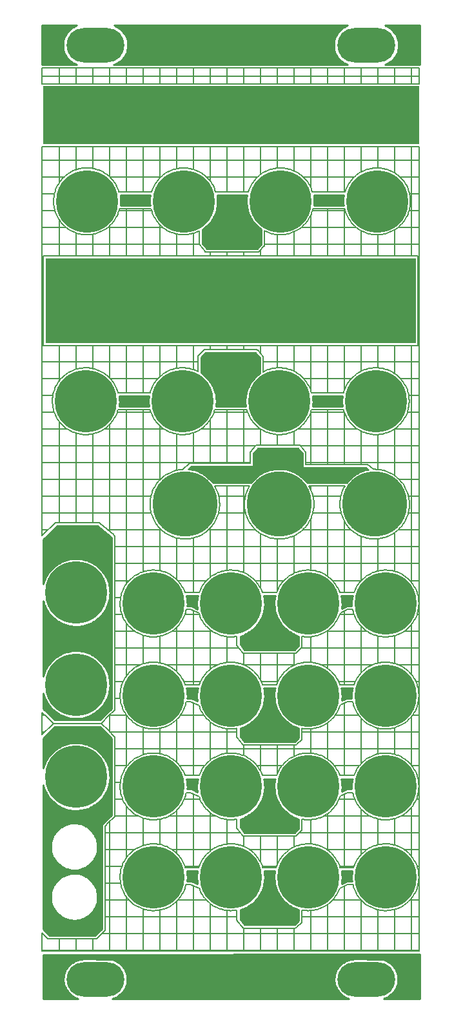
<source format=gbl>
G04 DipTrace 3.3.0.0*
G04 threshold_panel_01.GBL*
%MOIN*%
G04 #@! TF.FileFunction,Copper,L2,Bot*
G04 #@! TF.Part,Single*
G04 #@! TA.AperFunction,CopperBalancing*
%ADD14C,0.007992*%
%ADD16C,0.01*%
G04 #@! TA.AperFunction,ComponentPad*
%ADD18C,0.32*%
%ADD19O,0.299213X0.177165*%
%ADD20C,0.334646*%
%FSLAX26Y26*%
G04*
G70*
G90*
G75*
G01*
G04 Bottom*
%LPD*%
X413811Y5170823D2*
D14*
X2361722D1*
X413811Y4737161D2*
X2361722D1*
X413811Y4650429D2*
X524797D1*
X763240D2*
X1024789D1*
X1263232D2*
X1524797D1*
X1763239D2*
X2024787D1*
X2263231D2*
X2361722D1*
X413811Y4563697D2*
X475252D1*
X2312776D2*
X2361722D1*
X413811Y4476965D2*
X477812D1*
X810210D2*
X977819D1*
X1810209D2*
X1977819D1*
X2310217D2*
X2361722D1*
X413811Y4390232D2*
X536176D1*
X751845D2*
X1036184D1*
X1751844D2*
X2036182D1*
X2251852D2*
X2361722D1*
X413811Y4303500D2*
X1225029D1*
X1563374D2*
X2361722D1*
X413811Y4216768D2*
X418402D1*
X2357123D2*
X2361723D1*
X413811Y4130035D2*
X418402D1*
X2357123D2*
X2361723D1*
X413811Y4043303D2*
X418402D1*
X2357123D2*
X2361723D1*
X413811Y3956571D2*
X418402D1*
X2357123D2*
X2361723D1*
X413811Y3869839D2*
X418402D1*
X2357123D2*
X2361723D1*
X413811Y3783106D2*
X418402D1*
X2357123D2*
X2361723D1*
X413811Y3696374D2*
X1217365D1*
X1556084D2*
X2361722D1*
X413811Y3609642D2*
X509219D1*
X766315D2*
X1009210D1*
X1766315D2*
X2009210D1*
X2266322D2*
X2361722D1*
X413811Y3522909D2*
X467104D1*
X2308437D2*
X2361722D1*
X413811Y3436177D2*
X474659D1*
X800875D2*
X974651D1*
X1300882D2*
X1474657D1*
X1800874D2*
X1974650D1*
X2300882D2*
X2361722D1*
X413811Y3349445D2*
X543217D1*
X732318D2*
X1043223D1*
X1232310D2*
X1543215D1*
X1732316D2*
X2043223D1*
X2232324D2*
X2361722D1*
X413811Y3262713D2*
X1513667D1*
X1749362D2*
X2361722D1*
X413811Y3175980D2*
X1487161D1*
X1775867D2*
X2361722D1*
X413811Y3089248D2*
X1021916D1*
X2259875D2*
X2361722D1*
X413811Y3002516D2*
X974291D1*
X1326248D2*
X1461795D1*
X1813736D2*
X1955543D1*
X2307500D2*
X2361722D1*
X413811Y2915783D2*
X976087D1*
X1324437D2*
X1463591D1*
X1811941D2*
X1957339D1*
X2305689D2*
X2361722D1*
X413811Y2829051D2*
X442097D1*
X753251D2*
X1029518D1*
X1271005D2*
X1517022D1*
X1758509D2*
X2010770D1*
X2252257D2*
X2361722D1*
X788371Y2742319D2*
X2361722D1*
X788371Y2655587D2*
X2361722D1*
X788371Y2568854D2*
X861965D1*
X1113567D2*
X1261962D1*
X1513579D2*
X1661958D1*
X1913576D2*
X2061954D1*
X2313572D2*
X2361722D1*
X788371Y2482122D2*
X817634D1*
X2357903D2*
X2361718D1*
X788371Y2395390D2*
X823627D1*
X1151904D2*
X1223625D1*
X1951898D2*
X2023633D1*
X2351909D2*
X2361722D1*
X788371Y2308657D2*
X888798D1*
X1086734D2*
X1288794D1*
X1886743D2*
X2088803D1*
X2286739D2*
X2361722D1*
X788371Y2221925D2*
X1427626D1*
X1752625D2*
X2361722D1*
X788371Y2135193D2*
X922827D1*
X1052705D2*
X1322839D1*
X1452702D2*
X1722836D1*
X1852698D2*
X2122832D1*
X2252694D2*
X2361722D1*
X788371Y2048461D2*
X830980D1*
X1144552D2*
X1230976D1*
X1544549D2*
X1630972D1*
X1944560D2*
X2030986D1*
X2344558D2*
X2361722D1*
X788371Y1961728D2*
X815198D1*
X413811Y1874996D2*
X426081D1*
X761945D2*
X846839D1*
X1128693D2*
X1246836D1*
X1928701D2*
X2046844D1*
X2328698D2*
X2361722D1*
X413811Y1788264D2*
X426316D1*
X761726D2*
X1418416D1*
X1757121D2*
X2361722D1*
X788371Y1701531D2*
X2361722D1*
X788371Y1614799D2*
X852942D1*
X1122605D2*
X1252938D1*
X1522601D2*
X1652936D1*
X1922598D2*
X2052932D1*
X2322594D2*
X2361722D1*
X788371Y1528067D2*
X816010D1*
X788371Y1441335D2*
X827467D1*
X1148064D2*
X1227465D1*
X1948073D2*
X2027457D1*
X2348070D2*
X2361722D1*
X788231Y1354602D2*
X905656D1*
X1069875D2*
X1305652D1*
X1869885D2*
X2105646D1*
X2269881D2*
X2361722D1*
X738374Y1267870D2*
X1435869D1*
X1742323D2*
X2361722D1*
X738374Y1181138D2*
X891388D1*
X1084143D2*
X1291386D1*
X1484139D2*
X1691398D1*
X1884136D2*
X2091394D1*
X2284148D2*
X2361722D1*
X738374Y1094406D2*
X824236D1*
X1151295D2*
X1224232D1*
X1551291D2*
X1624230D1*
X1951304D2*
X2024241D1*
X2351301D2*
X2361722D1*
X738374Y1007673D2*
X817306D1*
X2358231D2*
X2361727D1*
X738374Y920941D2*
X860310D1*
X1115222D2*
X1260307D1*
X1915215D2*
X2060315D1*
X2315227D2*
X2361722D1*
X738374Y834209D2*
X1418416D1*
X1757121D2*
X2361722D1*
X721937Y747476D2*
X2361722D1*
X413811Y660744D2*
X2361722D1*
X499744Y5211991D2*
Y5132122D1*
Y4805906D2*
Y4620282D1*
Y4430260D2*
Y4244621D1*
Y3780916D2*
Y3597962D1*
Y3390067D2*
Y2869617D1*
Y718402D2*
Y656969D1*
X586476Y5212005D2*
Y5132122D1*
Y4805906D2*
Y4688480D1*
Y4362046D2*
Y4244621D1*
Y3780916D2*
Y3659307D1*
Y3328720D2*
Y2869617D1*
Y718402D2*
Y656969D1*
X673209Y5212005D2*
Y5132122D1*
Y4805906D2*
Y4695879D1*
Y4354647D2*
Y4244621D1*
Y3780916D2*
Y3663444D1*
Y3324600D2*
Y2869617D1*
Y718402D2*
Y656969D1*
X759941Y5212021D2*
Y5132122D1*
Y4805906D2*
Y4653547D1*
Y4396980D2*
Y4244621D1*
Y3780916D2*
Y3616319D1*
Y3371710D2*
Y2823615D1*
Y1872983D2*
Y1790039D1*
Y1322978D2*
Y656984D1*
X846673Y5212021D2*
Y5132122D1*
Y4805906D2*
Y4575873D1*
Y4487157D2*
Y4244621D1*
Y3780916D2*
Y3537333D1*
Y3448618D2*
Y2549979D1*
Y2350559D2*
Y2074978D1*
Y1875559D2*
Y1606220D1*
Y1406802D2*
Y1137479D1*
Y938060D2*
Y656984D1*
X933406Y5212037D2*
Y5132122D1*
Y4805906D2*
Y4575873D1*
Y4487157D2*
Y4244621D1*
Y3780916D2*
Y3537333D1*
Y3448618D2*
Y2614571D1*
Y2285951D2*
Y2139571D1*
Y1810950D2*
Y1670829D1*
Y1342209D2*
Y1202072D1*
Y873453D2*
Y657000D1*
X1020138Y5212037D2*
Y5132122D1*
Y4805906D2*
Y4645836D1*
Y4404692D2*
Y4244621D1*
Y3780916D2*
Y3620720D1*
Y3367307D2*
Y3087402D1*
Y2838142D2*
Y2620299D1*
Y2280222D2*
Y2145299D1*
Y1805222D2*
Y1676558D1*
Y1336480D2*
Y1207801D1*
Y867723D2*
Y657000D1*
X1106870Y5212052D2*
Y5132122D1*
Y4805906D2*
Y4694319D1*
Y4356209D2*
Y4244621D1*
Y3780916D2*
Y3664333D1*
Y3323694D2*
Y3137867D1*
Y2787660D2*
Y2575579D1*
Y2324944D2*
Y2100577D1*
Y1849944D2*
Y1631836D1*
Y1381202D2*
Y1163079D1*
Y912445D2*
Y657016D1*
X1193602Y5212052D2*
Y5132122D1*
Y4805906D2*
Y4691088D1*
Y4359440D2*
Y4244621D1*
Y3780916D2*
Y3657824D1*
Y3330203D2*
Y3175878D1*
Y2787644D2*
Y2507130D1*
Y2411781D2*
Y2032130D1*
Y1936780D2*
Y1563373D1*
Y1468038D2*
Y1088371D1*
Y993038D2*
Y657016D1*
X1280335Y5212068D2*
Y5132122D1*
Y4805906D2*
Y4631459D1*
Y4262160D2*
Y4244621D1*
Y3780916D2*
Y3762331D1*
Y3396450D2*
Y3175878D1*
Y2838079D2*
Y2585787D1*
Y2314751D2*
Y2110786D1*
Y1839751D2*
Y1642029D1*
Y1370993D2*
Y1173287D1*
Y902252D2*
Y657031D1*
X1367067Y5212068D2*
Y5132122D1*
Y4805906D2*
Y4575873D1*
Y4262160D2*
Y4244621D1*
Y3780916D2*
Y3762331D1*
Y3448618D2*
Y3175878D1*
Y3055911D2*
Y2622126D1*
Y2278412D2*
Y2147126D1*
Y1803411D2*
Y1678369D1*
Y1334654D2*
Y1209627D1*
Y865912D2*
Y657031D1*
X1453799Y5212084D2*
Y5132122D1*
Y4805906D2*
Y4575873D1*
Y4262160D2*
Y4244621D1*
Y3780916D2*
Y3762331D1*
Y3448618D2*
Y3175878D1*
Y3055911D2*
Y2610217D1*
Y2193714D2*
Y2135215D1*
Y1718713D2*
Y1666474D1*
Y1249957D2*
Y1197717D1*
Y774955D2*
Y657046D1*
X1540531Y5212084D2*
Y5132122D1*
Y4805906D2*
Y4663833D1*
Y4272323D2*
Y4244621D1*
Y3780916D2*
Y3741524D1*
Y3350965D2*
Y3269629D1*
Y2810934D2*
Y2530762D1*
Y2193402D2*
Y2055762D1*
Y1718400D2*
Y1587021D1*
Y1249660D2*
Y1118264D1*
Y774659D2*
Y657046D1*
X1627264Y5212100D2*
Y5132122D1*
Y4805906D2*
Y4697550D1*
Y4352978D2*
Y4244621D1*
Y3780916D2*
Y3666801D1*
Y3321228D2*
Y3269629D1*
Y2782650D2*
Y2513748D1*
Y2193402D2*
Y2038748D1*
Y1718400D2*
Y1569991D1*
Y1249660D2*
Y1101249D1*
Y774659D2*
Y657062D1*
X1713996Y5212100D2*
Y5132122D1*
Y4805906D2*
Y4683517D1*
Y4367010D2*
Y4244621D1*
Y3780916D2*
Y3649349D1*
Y3338696D2*
Y3269629D1*
Y2799320D2*
Y2606782D1*
Y2193402D2*
Y2131781D1*
Y1718400D2*
Y1663039D1*
Y1249660D2*
Y1194283D1*
Y774659D2*
Y657062D1*
X1800728Y5212115D2*
Y5132122D1*
Y4805906D2*
Y4597696D1*
Y4452832D2*
Y4244621D1*
Y3780916D2*
Y3550789D1*
Y3437239D2*
Y3169618D1*
Y3055911D2*
Y3039138D1*
Y2886407D2*
Y2622891D1*
Y2277647D2*
Y2147890D1*
Y1802646D2*
Y1679134D1*
Y1333888D2*
Y1210392D1*
Y865148D2*
Y657077D1*
X1887461Y5212115D2*
Y5132122D1*
Y4805906D2*
Y4575873D1*
Y4487157D2*
Y4244621D1*
Y3780916D2*
Y3537333D1*
Y3448618D2*
Y3169618D1*
Y3055911D2*
Y2591609D1*
Y2308928D2*
Y2116609D1*
Y1833928D2*
Y1647852D1*
Y1365171D2*
Y1179110D1*
Y896429D2*
Y657077D1*
X1974193Y5212131D2*
Y5132122D1*
Y4805906D2*
Y4575873D1*
Y4487157D2*
Y4244621D1*
Y3780916D2*
Y3548979D1*
Y3439050D2*
Y3169618D1*
Y3055911D2*
Y3050266D1*
Y2875261D2*
Y2507130D1*
Y2410891D2*
Y2032130D1*
Y1935890D2*
Y1563373D1*
Y1467148D2*
Y1088371D1*
Y992148D2*
Y657093D1*
X2060925Y5212131D2*
Y5132122D1*
Y4805906D2*
Y4677008D1*
Y4373520D2*
Y4244621D1*
Y3780916D2*
Y3649037D1*
Y3338992D2*
Y3169618D1*
Y2796791D2*
Y2567696D1*
Y2332843D2*
Y2092694D1*
Y1857841D2*
Y1623938D1*
Y1389085D2*
Y1155197D1*
Y920344D2*
Y657093D1*
X2147657Y5212146D2*
Y5132122D1*
Y4805906D2*
Y4698331D1*
Y4352197D2*
Y4244621D1*
Y3780916D2*
Y3666831D1*
Y3321197D2*
Y3142472D1*
Y2783071D2*
Y2618646D1*
Y2281892D2*
Y2143644D1*
Y1806892D2*
Y1674887D1*
Y1338135D2*
Y1206146D1*
Y869394D2*
Y657109D1*
X2234390Y5212146D2*
Y5132122D1*
Y4805906D2*
Y4672778D1*
Y4377765D2*
Y4244621D1*
Y3780916D2*
Y3637486D1*
Y3350543D2*
Y3110816D1*
Y2814711D2*
Y2616944D1*
Y2283579D2*
Y2141944D1*
Y1808593D2*
Y1673202D1*
Y1339836D2*
Y1204445D1*
Y871080D2*
Y657109D1*
X2321122Y5212146D2*
Y5132122D1*
Y4805906D2*
Y4244621D1*
Y3780916D2*
Y2560188D1*
Y2340350D2*
Y2085186D1*
Y1865350D2*
Y1616429D1*
Y1396593D2*
Y1147688D1*
Y927852D2*
Y657125D1*
X1155976Y1000463D2*
X1154497Y994285D1*
X1152302Y986601D1*
X1149753Y979028D1*
X1146856Y971580D1*
X1143615Y964274D1*
X1140041Y957127D1*
X1136138Y950154D1*
X1131916Y943369D1*
X1127385Y936786D1*
X1122551Y930421D1*
X1117429Y924287D1*
X1112029Y918398D1*
X1106360Y912764D1*
X1100437Y907400D1*
X1094270Y902316D1*
X1087877Y897524D1*
X1081266Y893033D1*
X1074454Y888853D1*
X1067457Y884993D1*
X1060287Y881463D1*
X1052962Y878269D1*
X1045497Y875417D1*
X1037907Y872915D1*
X1030210Y870768D1*
X1022421Y868979D1*
X1014558Y867554D1*
X1006636Y866495D1*
X998676Y865804D1*
X990690Y865483D1*
X982699Y865533D1*
X974719Y865953D1*
X966766Y866743D1*
X958860Y867900D1*
X951014Y869424D1*
X943249Y871308D1*
X935579Y873551D1*
X928021Y876148D1*
X920592Y879092D1*
X913307Y882378D1*
X906182Y885997D1*
X899232Y889944D1*
X892474Y894207D1*
X885920Y898780D1*
X879585Y903651D1*
X873483Y908811D1*
X867627Y914249D1*
X862029Y919953D1*
X856702Y925909D1*
X851656Y932106D1*
X846904Y938531D1*
X842454Y945169D1*
X838316Y952007D1*
X834501Y959028D1*
X831016Y966219D1*
X827866Y973563D1*
X825062Y981047D1*
X822606Y988652D1*
X820507Y996362D1*
X818768Y1004161D1*
X817391Y1012034D1*
X816381Y1019962D1*
X815740Y1027927D1*
X815469Y1035913D1*
X815568Y1043904D1*
X816038Y1051882D1*
X816877Y1059829D1*
X818084Y1067730D1*
X819655Y1075564D1*
X821589Y1083319D1*
X823879Y1090975D1*
X826522Y1098516D1*
X829513Y1105927D1*
X832844Y1113192D1*
X836508Y1120294D1*
X840496Y1127218D1*
X844802Y1133950D1*
X849416Y1140475D1*
X854327Y1146780D1*
X859525Y1152849D1*
X864999Y1158672D1*
X870736Y1164234D1*
X876727Y1169524D1*
X882955Y1174531D1*
X889409Y1179244D1*
X896075Y1183652D1*
X902937Y1187747D1*
X909983Y1191518D1*
X917196Y1194959D1*
X924559Y1198063D1*
X932059Y1200822D1*
X939680Y1203228D1*
X947403Y1205280D1*
X955214Y1206971D1*
X963094Y1208299D1*
X971028Y1209260D1*
X978997Y1209850D1*
X986986Y1210072D1*
X994975Y1209924D1*
X1002950Y1209404D1*
X1010892Y1208516D1*
X1018783Y1207260D1*
X1026609Y1205639D1*
X1034352Y1203657D1*
X1041993Y1201319D1*
X1049518Y1198629D1*
X1056909Y1195593D1*
X1064154Y1192217D1*
X1071232Y1188509D1*
X1078133Y1184478D1*
X1084837Y1180130D1*
X1091333Y1175475D1*
X1097608Y1170525D1*
X1103644Y1165290D1*
X1109433Y1159780D1*
X1114959Y1154007D1*
X1120213Y1147984D1*
X1125180Y1141726D1*
X1129853Y1135241D1*
X1134219Y1128549D1*
X1138272Y1121661D1*
X1141999Y1114592D1*
X1145395Y1107358D1*
X1148453Y1099975D1*
X1151164Y1092458D1*
X1152713Y1087562D1*
X1222825Y1087573D1*
X1225157Y1094761D1*
X1227975Y1102239D1*
X1231136Y1109579D1*
X1234634Y1116764D1*
X1238462Y1123778D1*
X1242610Y1130609D1*
X1247071Y1137239D1*
X1251835Y1143656D1*
X1256891Y1149845D1*
X1262228Y1155793D1*
X1267836Y1161486D1*
X1273701Y1166913D1*
X1279811Y1172064D1*
X1286155Y1176925D1*
X1292717Y1181487D1*
X1299482Y1185739D1*
X1306438Y1189673D1*
X1313568Y1193281D1*
X1320860Y1196554D1*
X1328294Y1199486D1*
X1335856Y1202068D1*
X1343530Y1204299D1*
X1351299Y1206171D1*
X1359146Y1207681D1*
X1367055Y1208825D1*
X1375009Y1209601D1*
X1382990Y1210008D1*
X1390982Y1210045D1*
X1398966Y1209710D1*
X1406927Y1209005D1*
X1414845Y1207933D1*
X1422706Y1206495D1*
X1430492Y1204693D1*
X1438185Y1202533D1*
X1445770Y1200017D1*
X1453231Y1197154D1*
X1460551Y1193948D1*
X1467714Y1190404D1*
X1474706Y1186533D1*
X1481510Y1182343D1*
X1488113Y1177840D1*
X1494500Y1173037D1*
X1500656Y1167942D1*
X1506571Y1162568D1*
X1512230Y1156925D1*
X1517621Y1151026D1*
X1522732Y1144883D1*
X1527554Y1138510D1*
X1532075Y1131921D1*
X1536285Y1125129D1*
X1540176Y1118148D1*
X1543739Y1110995D1*
X1546967Y1103685D1*
X1549852Y1096232D1*
X1552713Y1087562D1*
X1622807Y1087573D1*
X1625157Y1094761D1*
X1627975Y1102239D1*
X1631136Y1109579D1*
X1634634Y1116764D1*
X1638462Y1123778D1*
X1642610Y1130609D1*
X1647071Y1137239D1*
X1651835Y1143656D1*
X1656891Y1149845D1*
X1662228Y1155793D1*
X1667836Y1161486D1*
X1673701Y1166913D1*
X1679811Y1172064D1*
X1686155Y1176925D1*
X1692717Y1181487D1*
X1699482Y1185739D1*
X1706438Y1189673D1*
X1713568Y1193281D1*
X1720860Y1196554D1*
X1728294Y1199486D1*
X1735856Y1202068D1*
X1743530Y1204299D1*
X1751299Y1206171D1*
X1759146Y1207681D1*
X1767055Y1208825D1*
X1775009Y1209601D1*
X1782990Y1210008D1*
X1790982Y1210045D1*
X1798966Y1209710D1*
X1806927Y1209005D1*
X1814845Y1207933D1*
X1822706Y1206495D1*
X1830492Y1204693D1*
X1838185Y1202533D1*
X1845770Y1200017D1*
X1853231Y1197154D1*
X1860551Y1193948D1*
X1867714Y1190404D1*
X1874706Y1186533D1*
X1881510Y1182343D1*
X1888113Y1177840D1*
X1894500Y1173037D1*
X1900656Y1167942D1*
X1906571Y1162568D1*
X1912230Y1156925D1*
X1917621Y1151026D1*
X1922732Y1144883D1*
X1927554Y1138510D1*
X1932075Y1131921D1*
X1936285Y1125129D1*
X1940176Y1118148D1*
X1943739Y1110995D1*
X1946967Y1103685D1*
X1949852Y1096232D1*
X1952713Y1087562D1*
X2022819Y1087573D1*
X2025157Y1094761D1*
X2027975Y1102239D1*
X2031136Y1109579D1*
X2034634Y1116764D1*
X2038462Y1123778D1*
X2042610Y1130609D1*
X2047071Y1137239D1*
X2051835Y1143656D1*
X2056891Y1149845D1*
X2062228Y1155793D1*
X2067836Y1161486D1*
X2073701Y1166913D1*
X2079811Y1172064D1*
X2086155Y1176925D1*
X2092717Y1181487D1*
X2099482Y1185739D1*
X2106438Y1189673D1*
X2113568Y1193281D1*
X2120860Y1196554D1*
X2128294Y1199486D1*
X2135856Y1202068D1*
X2143530Y1204299D1*
X2151299Y1206171D1*
X2159146Y1207681D1*
X2167055Y1208825D1*
X2175009Y1209601D1*
X2182990Y1210008D1*
X2190982Y1210045D1*
X2198966Y1209710D1*
X2206927Y1209005D1*
X2214845Y1207933D1*
X2222706Y1206495D1*
X2230492Y1204693D1*
X2238185Y1202533D1*
X2245770Y1200017D1*
X2253231Y1197154D1*
X2260551Y1193948D1*
X2267714Y1190404D1*
X2274706Y1186533D1*
X2281510Y1182343D1*
X2288113Y1177840D1*
X2294500Y1173037D1*
X2300656Y1167942D1*
X2306571Y1162568D1*
X2312230Y1156925D1*
X2317621Y1151026D1*
X2322732Y1144883D1*
X2327554Y1138510D1*
X2332075Y1131921D1*
X2336285Y1125129D1*
X2340176Y1118148D1*
X2343739Y1110995D1*
X2346967Y1103685D1*
X2349852Y1096232D1*
X2352388Y1088654D1*
X2354571Y1080966D1*
X2356395Y1073186D1*
X2357856Y1065329D1*
X2358950Y1057413D1*
X2359677Y1049455D1*
X2360034Y1041471D1*
X2360028Y1033770D1*
X2359657Y1025787D1*
X2358917Y1017831D1*
X2357808Y1009917D1*
X2356335Y1002063D1*
X2354497Y994285D1*
X2352302Y986601D1*
X2349753Y979028D1*
X2346856Y971580D1*
X2343615Y964274D1*
X2340041Y957127D1*
X2336138Y950154D1*
X2331916Y943369D1*
X2327385Y936786D1*
X2322551Y930421D1*
X2317429Y924287D1*
X2312029Y918398D1*
X2306360Y912764D1*
X2300437Y907400D1*
X2294270Y902316D1*
X2287877Y897524D1*
X2281266Y893033D1*
X2274454Y888853D1*
X2267457Y884993D1*
X2260287Y881463D1*
X2252962Y878269D1*
X2245497Y875417D1*
X2237907Y872915D1*
X2230210Y870768D1*
X2222421Y868979D1*
X2214558Y867554D1*
X2206636Y866495D1*
X2198676Y865804D1*
X2190690Y865483D1*
X2182699Y865533D1*
X2174719Y865953D1*
X2166766Y866743D1*
X2158860Y867900D1*
X2151014Y869424D1*
X2143249Y871308D1*
X2135579Y873551D1*
X2128021Y876148D1*
X2120592Y879092D1*
X2113307Y882378D1*
X2106182Y885997D1*
X2099232Y889944D1*
X2092474Y894207D1*
X2085920Y898780D1*
X2079585Y903651D1*
X2073483Y908811D1*
X2067627Y914249D1*
X2062029Y919953D1*
X2056702Y925909D1*
X2051656Y932106D1*
X2046904Y938531D1*
X2042454Y945169D1*
X2038316Y952007D1*
X2034501Y959028D1*
X2031016Y966219D1*
X2027866Y973563D1*
X2025062Y981047D1*
X2022606Y988652D1*
X2020507Y996362D1*
X2019550Y1000450D1*
X1990469Y1000457D1*
X1950873Y982182D1*
X1948348Y975286D1*
X1945278Y967908D1*
X1941869Y960680D1*
X1938130Y953618D1*
X1934066Y946736D1*
X1929688Y940051D1*
X1925005Y933576D1*
X1920026Y927324D1*
X1914764Y921311D1*
X1909227Y915549D1*
X1903429Y910047D1*
X1897383Y904823D1*
X1891101Y899883D1*
X1884597Y895240D1*
X1877885Y890903D1*
X1870978Y886883D1*
X1863892Y883186D1*
X1856643Y879824D1*
X1849247Y876799D1*
X1841717Y874122D1*
X1834071Y871797D1*
X1826325Y869828D1*
X1818497Y868222D1*
X1810604Y866979D1*
X1802660Y866104D1*
X1794685Y865597D1*
X1786694Y865462D1*
X1778707Y865697D1*
X1770739Y866302D1*
X1762807Y867276D1*
X1756325Y868362D1*
X1756286Y811799D1*
X1755984Y809892D1*
X1755387Y808055D1*
X1754510Y806335D1*
X1753375Y804772D1*
X1727719Y779062D1*
X1726251Y777807D1*
X1724604Y776799D1*
X1722820Y776059D1*
X1720942Y775609D1*
X1719016Y775457D1*
X1455157Y775533D1*
X1453260Y775895D1*
X1451444Y776551D1*
X1449752Y777483D1*
X1448227Y778668D1*
X1446906Y780076D1*
X1421332Y812105D1*
X1420377Y813783D1*
X1419694Y815591D1*
X1419304Y817482D1*
X1419209Y823012D1*
Y868358D1*
X1410604Y866979D1*
X1402660Y866104D1*
X1394685Y865597D1*
X1386694Y865462D1*
X1378707Y865697D1*
X1370739Y866302D1*
X1362807Y867276D1*
X1354928Y868617D1*
X1347121Y870322D1*
X1339400Y872386D1*
X1331785Y874806D1*
X1324289Y877577D1*
X1316930Y880693D1*
X1309723Y884146D1*
X1302684Y887929D1*
X1295828Y892035D1*
X1289171Y896455D1*
X1282724Y901178D1*
X1276504Y906196D1*
X1270524Y911496D1*
X1264795Y917068D1*
X1259331Y922900D1*
X1254143Y928979D1*
X1249243Y935291D1*
X1244640Y941824D1*
X1240345Y948563D1*
X1236369Y955495D1*
X1232717Y962602D1*
X1229398Y969873D1*
X1226420Y977289D1*
X1225651Y979417D1*
X1178881Y1000455D1*
X1155995Y1000457D1*
X1157244Y1475453D2*
X1155462Y1466912D1*
X1153445Y1459180D1*
X1151072Y1451549D1*
X1148348Y1444035D1*
X1145278Y1436657D1*
X1141869Y1429429D1*
X1138130Y1422367D1*
X1134066Y1415486D1*
X1129688Y1408801D1*
X1125005Y1402325D1*
X1120026Y1396073D1*
X1114764Y1390060D1*
X1109227Y1384298D1*
X1103429Y1378797D1*
X1097383Y1373572D1*
X1091101Y1368633D1*
X1084597Y1363990D1*
X1077885Y1359652D1*
X1070978Y1355633D1*
X1063892Y1351936D1*
X1056643Y1348573D1*
X1049247Y1345549D1*
X1041717Y1342871D1*
X1034071Y1340546D1*
X1026325Y1338577D1*
X1018497Y1336971D1*
X1010604Y1335728D1*
X1002660Y1334853D1*
X994685Y1334346D1*
X986694Y1334211D1*
X978707Y1334446D1*
X970739Y1335051D1*
X962807Y1336025D1*
X954928Y1337366D1*
X947121Y1339071D1*
X939400Y1341135D1*
X931785Y1343555D1*
X924289Y1346327D1*
X916930Y1349442D1*
X909723Y1352895D1*
X902684Y1356678D1*
X895828Y1360785D1*
X889171Y1365205D1*
X882724Y1369928D1*
X876504Y1374945D1*
X870524Y1380245D1*
X864795Y1385818D1*
X859331Y1391650D1*
X854143Y1397728D1*
X849243Y1404041D1*
X844640Y1410573D1*
X840345Y1417312D1*
X836369Y1424244D1*
X832717Y1431352D1*
X829398Y1438622D1*
X826420Y1446038D1*
X823790Y1453584D1*
X821512Y1461244D1*
X819592Y1469001D1*
X818033Y1476840D1*
X816840Y1484741D1*
X816014Y1492690D1*
X815558Y1500668D1*
X815472Y1508659D1*
X815756Y1516646D1*
X816411Y1524610D1*
X817434Y1532535D1*
X818824Y1540406D1*
X820577Y1548202D1*
X822690Y1555909D1*
X825157Y1563510D1*
X827975Y1570988D1*
X831136Y1578328D1*
X834634Y1585513D1*
X838462Y1592528D1*
X842610Y1599358D1*
X847071Y1605988D1*
X851835Y1612406D1*
X856891Y1618594D1*
X862228Y1624542D1*
X867836Y1630235D1*
X873701Y1635663D1*
X879811Y1640814D1*
X886155Y1645675D1*
X892717Y1650236D1*
X899482Y1654488D1*
X906438Y1658423D1*
X913568Y1662030D1*
X920860Y1665303D1*
X928294Y1668235D1*
X935856Y1670818D1*
X943530Y1673049D1*
X951299Y1674920D1*
X959146Y1676430D1*
X967055Y1677575D1*
X975009Y1678350D1*
X982990Y1678757D1*
X990982Y1678794D1*
X998966Y1678459D1*
X1006927Y1677755D1*
X1014845Y1676682D1*
X1022706Y1675244D1*
X1030492Y1673442D1*
X1038185Y1671282D1*
X1045770Y1668766D1*
X1053231Y1665903D1*
X1060551Y1662697D1*
X1067714Y1659154D1*
X1074706Y1655282D1*
X1081510Y1651092D1*
X1088113Y1646589D1*
X1094500Y1641786D1*
X1100656Y1636692D1*
X1106571Y1631318D1*
X1112230Y1625675D1*
X1117621Y1619776D1*
X1122732Y1613633D1*
X1127554Y1607260D1*
X1132075Y1600671D1*
X1136285Y1593878D1*
X1140176Y1586898D1*
X1143739Y1579744D1*
X1146967Y1572434D1*
X1149852Y1564982D1*
X1150688Y1562579D1*
X1224824Y1562573D1*
X1227975Y1570988D1*
X1231136Y1578328D1*
X1234634Y1585513D1*
X1238462Y1592528D1*
X1242610Y1599358D1*
X1247071Y1605988D1*
X1251835Y1612406D1*
X1256891Y1618594D1*
X1262228Y1624542D1*
X1267836Y1630235D1*
X1273701Y1635663D1*
X1279811Y1640814D1*
X1286155Y1645675D1*
X1292717Y1650236D1*
X1299482Y1654488D1*
X1306438Y1658423D1*
X1313568Y1662030D1*
X1320860Y1665303D1*
X1328294Y1668235D1*
X1335856Y1670818D1*
X1343530Y1673049D1*
X1351299Y1674920D1*
X1359146Y1676430D1*
X1367055Y1677575D1*
X1375009Y1678350D1*
X1382990Y1678757D1*
X1390982Y1678794D1*
X1398966Y1678459D1*
X1406927Y1677755D1*
X1414845Y1676682D1*
X1422706Y1675244D1*
X1430492Y1673442D1*
X1438185Y1671282D1*
X1445770Y1668766D1*
X1453231Y1665903D1*
X1460551Y1662697D1*
X1467714Y1659154D1*
X1474706Y1655282D1*
X1481510Y1651092D1*
X1488113Y1646589D1*
X1494500Y1641786D1*
X1500656Y1636692D1*
X1506571Y1631318D1*
X1512230Y1625675D1*
X1517621Y1619776D1*
X1522732Y1613633D1*
X1527554Y1607260D1*
X1532075Y1600671D1*
X1536285Y1593878D1*
X1540176Y1586898D1*
X1543739Y1579744D1*
X1546967Y1572434D1*
X1549852Y1564982D1*
X1550688Y1562579D1*
X1624836Y1562573D1*
X1627975Y1570988D1*
X1631136Y1578328D1*
X1634634Y1585513D1*
X1638462Y1592528D1*
X1642610Y1599358D1*
X1647071Y1605988D1*
X1651835Y1612406D1*
X1656891Y1618594D1*
X1662228Y1624542D1*
X1667836Y1630235D1*
X1673701Y1635663D1*
X1679811Y1640814D1*
X1686155Y1645675D1*
X1692717Y1650236D1*
X1699482Y1654488D1*
X1706438Y1658423D1*
X1713568Y1662030D1*
X1720860Y1665303D1*
X1728294Y1668235D1*
X1735856Y1670818D1*
X1743530Y1673049D1*
X1751299Y1674920D1*
X1759146Y1676430D1*
X1767055Y1677575D1*
X1775009Y1678350D1*
X1782990Y1678757D1*
X1790982Y1678794D1*
X1798966Y1678459D1*
X1806927Y1677755D1*
X1814845Y1676682D1*
X1822706Y1675244D1*
X1830492Y1673442D1*
X1838185Y1671282D1*
X1845770Y1668766D1*
X1853231Y1665903D1*
X1860551Y1662697D1*
X1867714Y1659154D1*
X1874706Y1655282D1*
X1881510Y1651092D1*
X1888113Y1646589D1*
X1894500Y1641786D1*
X1900656Y1636692D1*
X1906571Y1631318D1*
X1912230Y1625675D1*
X1917621Y1619776D1*
X1922732Y1613633D1*
X1927554Y1607260D1*
X1932075Y1600671D1*
X1936285Y1593878D1*
X1940176Y1586898D1*
X1943739Y1579744D1*
X1946967Y1572434D1*
X1949852Y1564982D1*
X1950688Y1562579D1*
X2024816Y1562573D1*
X2027975Y1570988D1*
X2031136Y1578328D1*
X2034634Y1585513D1*
X2038462Y1592528D1*
X2042610Y1599358D1*
X2047071Y1605988D1*
X2051835Y1612406D1*
X2056891Y1618594D1*
X2062228Y1624542D1*
X2067836Y1630235D1*
X2073701Y1635663D1*
X2079811Y1640814D1*
X2086155Y1645675D1*
X2092717Y1650236D1*
X2099482Y1654488D1*
X2106438Y1658423D1*
X2113568Y1662030D1*
X2120860Y1665303D1*
X2128294Y1668235D1*
X2135856Y1670818D1*
X2143530Y1673049D1*
X2151299Y1674920D1*
X2159146Y1676430D1*
X2167055Y1677575D1*
X2175009Y1678350D1*
X2182990Y1678757D1*
X2190982Y1678794D1*
X2198966Y1678459D1*
X2206927Y1677755D1*
X2214845Y1676682D1*
X2222706Y1675244D1*
X2230492Y1673442D1*
X2238185Y1671282D1*
X2245770Y1668766D1*
X2253231Y1665903D1*
X2260551Y1662697D1*
X2267714Y1659154D1*
X2274706Y1655282D1*
X2281510Y1651092D1*
X2288113Y1646589D1*
X2294500Y1641786D1*
X2300656Y1636692D1*
X2306571Y1631318D1*
X2312230Y1625675D1*
X2317621Y1619776D1*
X2322732Y1613633D1*
X2327554Y1607260D1*
X2332075Y1600671D1*
X2336285Y1593878D1*
X2340176Y1586898D1*
X2343739Y1579744D1*
X2346967Y1572434D1*
X2349852Y1564982D1*
X2352388Y1557403D1*
X2354571Y1549715D1*
X2356395Y1541936D1*
X2357856Y1534079D1*
X2358950Y1526163D1*
X2359677Y1518205D1*
X2360034Y1510220D1*
X2360028Y1502520D1*
X2359657Y1494537D1*
X2358917Y1486580D1*
X2357808Y1478667D1*
X2356335Y1470812D1*
X2354497Y1463034D1*
X2352302Y1455350D1*
X2349753Y1447777D1*
X2346856Y1440329D1*
X2343615Y1433024D1*
X2340041Y1425877D1*
X2336138Y1418903D1*
X2331916Y1412118D1*
X2327385Y1405535D1*
X2322551Y1399171D1*
X2317429Y1393037D1*
X2312029Y1387147D1*
X2306360Y1381513D1*
X2300437Y1376150D1*
X2294270Y1371066D1*
X2287877Y1366273D1*
X2281266Y1361782D1*
X2274454Y1357602D1*
X2267457Y1353743D1*
X2260287Y1350213D1*
X2252962Y1347018D1*
X2245497Y1344167D1*
X2237907Y1341664D1*
X2230210Y1339517D1*
X2222421Y1337728D1*
X2214558Y1336303D1*
X2206636Y1335244D1*
X2198676Y1334554D1*
X2190690Y1334232D1*
X2182699Y1334282D1*
X2174719Y1334702D1*
X2166766Y1335492D1*
X2158860Y1336650D1*
X2151014Y1338173D1*
X2143249Y1340058D1*
X2135579Y1342301D1*
X2128021Y1344898D1*
X2120592Y1347841D1*
X2113307Y1351127D1*
X2106182Y1354747D1*
X2099232Y1358693D1*
X2092474Y1362957D1*
X2085920Y1367529D1*
X2079585Y1372400D1*
X2073483Y1377560D1*
X2067627Y1382999D1*
X2062029Y1388702D1*
X2056702Y1394659D1*
X2051656Y1400856D1*
X2046904Y1407281D1*
X2042454Y1413919D1*
X2038316Y1420756D1*
X2034501Y1427777D1*
X2031016Y1434969D1*
X2027866Y1442312D1*
X2025062Y1449797D1*
X2022606Y1457402D1*
X2020507Y1465112D1*
X2018768Y1472911D1*
X2018294Y1475444D1*
X1990469Y1475457D1*
X1953168Y1458241D1*
X1951072Y1451549D1*
X1948348Y1444035D1*
X1945278Y1436657D1*
X1941869Y1429429D1*
X1938130Y1422367D1*
X1934066Y1415486D1*
X1929688Y1408801D1*
X1925005Y1402325D1*
X1920026Y1396073D1*
X1914764Y1390060D1*
X1909227Y1384298D1*
X1903429Y1378797D1*
X1897383Y1373572D1*
X1891101Y1368633D1*
X1884597Y1363990D1*
X1877885Y1359652D1*
X1870978Y1355633D1*
X1863892Y1351936D1*
X1856643Y1348573D1*
X1849247Y1345549D1*
X1841717Y1342871D1*
X1834071Y1340546D1*
X1826325Y1338577D1*
X1818497Y1336971D1*
X1810604Y1335728D1*
X1802660Y1334853D1*
X1794685Y1334346D1*
X1786694Y1334211D1*
X1778707Y1334446D1*
X1770739Y1335051D1*
X1762807Y1336025D1*
X1756325Y1337112D1*
X1756286Y1286799D1*
X1755984Y1284892D1*
X1755387Y1283055D1*
X1754510Y1281335D1*
X1753375Y1279772D1*
X1727719Y1254062D1*
X1726251Y1252808D1*
X1724604Y1251799D1*
X1722820Y1251059D1*
X1720942Y1250609D1*
X1719016Y1250457D1*
X1455157Y1250533D1*
X1453260Y1250896D1*
X1451444Y1251551D1*
X1449752Y1252483D1*
X1448227Y1253668D1*
X1446906Y1255076D1*
X1421022Y1287585D1*
X1420146Y1289306D1*
X1419549Y1291143D1*
X1419247Y1293050D1*
X1419209Y1333976D1*
Y1337114D1*
X1410604Y1335728D1*
X1402660Y1334853D1*
X1394685Y1334346D1*
X1386694Y1334211D1*
X1378707Y1334446D1*
X1370739Y1335051D1*
X1362807Y1336025D1*
X1354928Y1337366D1*
X1347121Y1339071D1*
X1339400Y1341135D1*
X1331785Y1343555D1*
X1324289Y1346327D1*
X1316930Y1349442D1*
X1309723Y1352895D1*
X1302684Y1356678D1*
X1295828Y1360785D1*
X1289171Y1365205D1*
X1282724Y1369928D1*
X1276504Y1374945D1*
X1270524Y1380245D1*
X1264795Y1385818D1*
X1259331Y1391650D1*
X1254143Y1397728D1*
X1249243Y1404041D1*
X1244640Y1410573D1*
X1240345Y1417312D1*
X1236369Y1424244D1*
X1232717Y1431352D1*
X1229398Y1438622D1*
X1226420Y1446038D1*
X1223790Y1453584D1*
X1223194Y1455508D1*
X1178881Y1475454D1*
X1157244Y1475457D1*
Y1944202D2*
X1155462Y1935661D1*
X1153445Y1927929D1*
X1151072Y1920298D1*
X1148348Y1912785D1*
X1145278Y1905407D1*
X1141869Y1898178D1*
X1138130Y1891117D1*
X1134066Y1884235D1*
X1129688Y1877550D1*
X1125005Y1871075D1*
X1120026Y1864823D1*
X1114764Y1858810D1*
X1109227Y1853047D1*
X1103429Y1847546D1*
X1097383Y1842322D1*
X1091101Y1837382D1*
X1084597Y1832739D1*
X1077885Y1828402D1*
X1070978Y1824382D1*
X1063892Y1820685D1*
X1056643Y1817323D1*
X1049247Y1814298D1*
X1041717Y1811621D1*
X1034071Y1809295D1*
X1026325Y1807327D1*
X1018497Y1805720D1*
X1010604Y1804478D1*
X1002660Y1803602D1*
X994685Y1803096D1*
X986694Y1802961D1*
X978707Y1803196D1*
X970739Y1803801D1*
X962807Y1804774D1*
X954928Y1806115D1*
X947121Y1807820D1*
X939400Y1809885D1*
X931785Y1812304D1*
X924289Y1815076D1*
X916930Y1818192D1*
X909723Y1821644D1*
X902684Y1825428D1*
X895828Y1829534D1*
X889171Y1833954D1*
X882724Y1838677D1*
X876504Y1843694D1*
X870524Y1848995D1*
X864795Y1854567D1*
X859331Y1860399D1*
X854143Y1866478D1*
X849243Y1872790D1*
X844640Y1879323D1*
X840345Y1886062D1*
X836369Y1892993D1*
X832717Y1900101D1*
X829398Y1907371D1*
X826420Y1914787D1*
X823790Y1922333D1*
X821512Y1929993D1*
X819592Y1937751D1*
X818033Y1945589D1*
X816840Y1953491D1*
X816014Y1961440D1*
X815558Y1969417D1*
X815472Y1977408D1*
X815756Y1985395D1*
X816411Y1993360D1*
X817434Y2001285D1*
X818824Y2009155D1*
X820577Y2016951D1*
X822690Y2024659D1*
X825157Y2032260D1*
X827975Y2039738D1*
X831136Y2047077D1*
X834634Y2054262D1*
X838462Y2061277D1*
X842610Y2068108D1*
X847071Y2074738D1*
X851835Y2081155D1*
X856891Y2087344D1*
X862228Y2093291D1*
X867836Y2098984D1*
X873701Y2104412D1*
X879811Y2109563D1*
X886155Y2114424D1*
X892717Y2118986D1*
X899482Y2123238D1*
X906438Y2127172D1*
X913568Y2130780D1*
X920860Y2134052D1*
X928294Y2136984D1*
X935856Y2139567D1*
X943530Y2141798D1*
X951299Y2143669D1*
X959146Y2145180D1*
X967055Y2146324D1*
X975009Y2147100D1*
X982990Y2147507D1*
X990982Y2147543D1*
X998966Y2147209D1*
X1006927Y2146504D1*
X1014845Y2145432D1*
X1022706Y2143993D1*
X1030492Y2142192D1*
X1038185Y2140031D1*
X1045770Y2137516D1*
X1053231Y2134652D1*
X1060551Y2131446D1*
X1067714Y2127903D1*
X1074706Y2124031D1*
X1081510Y2119841D1*
X1088113Y2115339D1*
X1094500Y2110535D1*
X1100656Y2105441D1*
X1106571Y2100067D1*
X1112230Y2094424D1*
X1117621Y2088525D1*
X1122732Y2082382D1*
X1127554Y2076009D1*
X1132075Y2069420D1*
X1136285Y2062627D1*
X1140176Y2055647D1*
X1143739Y2048493D1*
X1146967Y2041184D1*
X1149852Y2033731D1*
X1150688Y2031328D1*
X1224823Y2031323D1*
X1227975Y2039738D1*
X1231136Y2047077D1*
X1234634Y2054262D1*
X1238462Y2061277D1*
X1242610Y2068108D1*
X1247071Y2074738D1*
X1251835Y2081155D1*
X1256891Y2087344D1*
X1262228Y2093291D1*
X1267836Y2098984D1*
X1273701Y2104412D1*
X1279811Y2109563D1*
X1286155Y2114424D1*
X1292717Y2118986D1*
X1299482Y2123238D1*
X1306438Y2127172D1*
X1313568Y2130780D1*
X1320860Y2134052D1*
X1328294Y2136984D1*
X1335856Y2139567D1*
X1343530Y2141798D1*
X1351299Y2143669D1*
X1359146Y2145180D1*
X1367055Y2146324D1*
X1375009Y2147100D1*
X1382990Y2147507D1*
X1390982Y2147543D1*
X1398966Y2147209D1*
X1406927Y2146504D1*
X1414845Y2145432D1*
X1422706Y2143993D1*
X1430492Y2142192D1*
X1438185Y2140031D1*
X1445770Y2137516D1*
X1453231Y2134652D1*
X1460551Y2131446D1*
X1467714Y2127903D1*
X1474706Y2124031D1*
X1481510Y2119841D1*
X1488113Y2115339D1*
X1494500Y2110535D1*
X1500656Y2105441D1*
X1506571Y2100067D1*
X1512230Y2094424D1*
X1517621Y2088525D1*
X1522732Y2082382D1*
X1527554Y2076009D1*
X1532075Y2069420D1*
X1536285Y2062627D1*
X1540176Y2055647D1*
X1543739Y2048493D1*
X1546967Y2041184D1*
X1549852Y2033731D1*
X1550688Y2031328D1*
X1624835Y2031323D1*
X1627975Y2039738D1*
X1631136Y2047077D1*
X1634634Y2054262D1*
X1638462Y2061277D1*
X1642610Y2068108D1*
X1647071Y2074738D1*
X1651835Y2081155D1*
X1656891Y2087344D1*
X1662228Y2093291D1*
X1667836Y2098984D1*
X1673701Y2104412D1*
X1679811Y2109563D1*
X1686155Y2114424D1*
X1692717Y2118986D1*
X1699482Y2123238D1*
X1706438Y2127172D1*
X1713568Y2130780D1*
X1720860Y2134052D1*
X1728294Y2136984D1*
X1735856Y2139567D1*
X1743530Y2141798D1*
X1751299Y2143669D1*
X1759146Y2145180D1*
X1767055Y2146324D1*
X1775009Y2147100D1*
X1782990Y2147507D1*
X1790982Y2147543D1*
X1798966Y2147209D1*
X1806927Y2146504D1*
X1814845Y2145432D1*
X1822706Y2143993D1*
X1830492Y2142192D1*
X1838185Y2140031D1*
X1845770Y2137516D1*
X1853231Y2134652D1*
X1860551Y2131446D1*
X1867714Y2127903D1*
X1874706Y2124031D1*
X1881510Y2119841D1*
X1888113Y2115339D1*
X1894500Y2110535D1*
X1900656Y2105441D1*
X1906571Y2100067D1*
X1912230Y2094424D1*
X1917621Y2088525D1*
X1922732Y2082382D1*
X1927554Y2076009D1*
X1932075Y2069420D1*
X1936285Y2062627D1*
X1940176Y2055647D1*
X1943739Y2048493D1*
X1946967Y2041184D1*
X1949852Y2033731D1*
X1950688Y2031328D1*
X2024848Y2031323D1*
X2027975Y2039738D1*
X2031136Y2047077D1*
X2034634Y2054262D1*
X2038462Y2061277D1*
X2042610Y2068108D1*
X2047071Y2074738D1*
X2051835Y2081155D1*
X2056891Y2087344D1*
X2062228Y2093291D1*
X2067836Y2098984D1*
X2073701Y2104412D1*
X2079811Y2109563D1*
X2086155Y2114424D1*
X2092717Y2118986D1*
X2099482Y2123238D1*
X2106438Y2127172D1*
X2113568Y2130780D1*
X2120860Y2134052D1*
X2128294Y2136984D1*
X2135856Y2139567D1*
X2143530Y2141798D1*
X2151299Y2143669D1*
X2159146Y2145180D1*
X2167055Y2146324D1*
X2175009Y2147100D1*
X2182990Y2147507D1*
X2190982Y2147543D1*
X2198966Y2147209D1*
X2206927Y2146504D1*
X2214845Y2145432D1*
X2222706Y2143993D1*
X2230492Y2142192D1*
X2238185Y2140031D1*
X2245770Y2137516D1*
X2253231Y2134652D1*
X2260551Y2131446D1*
X2267714Y2127903D1*
X2274706Y2124031D1*
X2281510Y2119841D1*
X2288113Y2115339D1*
X2294500Y2110535D1*
X2300656Y2105441D1*
X2306571Y2100067D1*
X2312230Y2094424D1*
X2317621Y2088525D1*
X2322732Y2082382D1*
X2327554Y2076009D1*
X2332075Y2069420D1*
X2336285Y2062627D1*
X2340176Y2055647D1*
X2343739Y2048493D1*
X2346967Y2041184D1*
X2349852Y2033731D1*
X2352388Y2026152D1*
X2354571Y2018465D1*
X2356395Y2010685D1*
X2357856Y2002828D1*
X2358950Y1994912D1*
X2359677Y1986954D1*
X2360034Y1978970D1*
X2360028Y1971269D1*
X2359657Y1963286D1*
X2358917Y1955329D1*
X2357808Y1947416D1*
X2356335Y1939562D1*
X2354497Y1931783D1*
X2352302Y1924100D1*
X2349753Y1916526D1*
X2346856Y1909079D1*
X2343615Y1901773D1*
X2340041Y1894626D1*
X2336138Y1887652D1*
X2331916Y1880867D1*
X2327385Y1874285D1*
X2322551Y1867920D1*
X2317429Y1861786D1*
X2312029Y1855896D1*
X2306360Y1850262D1*
X2300437Y1844899D1*
X2294270Y1839815D1*
X2287877Y1835022D1*
X2281266Y1830531D1*
X2274454Y1826352D1*
X2267457Y1822492D1*
X2260287Y1818962D1*
X2252962Y1815768D1*
X2245497Y1812916D1*
X2237907Y1810413D1*
X2230210Y1808266D1*
X2222421Y1806478D1*
X2214558Y1805052D1*
X2206636Y1803993D1*
X2198676Y1803303D1*
X2190690Y1802982D1*
X2182699Y1803031D1*
X2174719Y1803451D1*
X2166766Y1804241D1*
X2158860Y1805399D1*
X2151014Y1806923D1*
X2143249Y1808807D1*
X2135579Y1811050D1*
X2128021Y1813647D1*
X2120592Y1816591D1*
X2113307Y1819877D1*
X2106182Y1823496D1*
X2099232Y1827442D1*
X2092474Y1831706D1*
X2085920Y1836278D1*
X2079585Y1841150D1*
X2073483Y1846310D1*
X2067627Y1851748D1*
X2062029Y1857451D1*
X2056702Y1863408D1*
X2051656Y1869605D1*
X2046904Y1876030D1*
X2042454Y1882668D1*
X2038316Y1889505D1*
X2034501Y1896526D1*
X2031016Y1903718D1*
X2027866Y1911062D1*
X2025062Y1918546D1*
X2022606Y1926151D1*
X2020507Y1933861D1*
X2018768Y1941660D1*
X2018294Y1944193D1*
X1990470Y1944207D1*
X1953169Y1926992D1*
X1951072Y1920298D1*
X1948348Y1912785D1*
X1945278Y1905407D1*
X1941869Y1898178D1*
X1938130Y1891117D1*
X1934066Y1884235D1*
X1929688Y1877550D1*
X1925005Y1871075D1*
X1920026Y1864823D1*
X1914764Y1858810D1*
X1909227Y1853047D1*
X1903429Y1847546D1*
X1897383Y1842322D1*
X1891101Y1837382D1*
X1884597Y1832739D1*
X1877885Y1828402D1*
X1870978Y1824382D1*
X1863892Y1820685D1*
X1856643Y1817323D1*
X1849247Y1814298D1*
X1841717Y1811621D1*
X1834071Y1809295D1*
X1826325Y1807327D1*
X1818497Y1805720D1*
X1810604Y1804478D1*
X1802660Y1803602D1*
X1794685Y1803096D1*
X1786694Y1802961D1*
X1778707Y1803196D1*
X1770739Y1803801D1*
X1762807Y1804774D1*
X1756325Y1805861D1*
X1756287Y1755549D1*
X1755984Y1753642D1*
X1755388Y1751804D1*
X1754512Y1750084D1*
X1753375Y1748521D1*
X1727719Y1722812D1*
X1726251Y1721558D1*
X1724604Y1720549D1*
X1722819Y1719810D1*
X1720941Y1719358D1*
X1719016Y1719207D1*
X1455157Y1719282D1*
X1453261Y1719646D1*
X1451444Y1720301D1*
X1449752Y1721232D1*
X1448227Y1722417D1*
X1446906Y1723827D1*
X1421022Y1756335D1*
X1420146Y1758055D1*
X1419549Y1759892D1*
X1419247Y1761801D1*
X1419209Y1802727D1*
Y1805864D1*
X1410604Y1804478D1*
X1402660Y1803602D1*
X1394685Y1803096D1*
X1386694Y1802961D1*
X1378707Y1803196D1*
X1370739Y1803801D1*
X1362807Y1804774D1*
X1354928Y1806115D1*
X1347121Y1807820D1*
X1339400Y1809885D1*
X1331785Y1812304D1*
X1324289Y1815076D1*
X1316930Y1818192D1*
X1309723Y1821644D1*
X1302684Y1825428D1*
X1295828Y1829534D1*
X1289171Y1833954D1*
X1282724Y1838677D1*
X1276504Y1843694D1*
X1270524Y1848995D1*
X1264795Y1854567D1*
X1259331Y1860399D1*
X1254143Y1866478D1*
X1249243Y1872790D1*
X1244640Y1879323D1*
X1240345Y1886062D1*
X1236369Y1892993D1*
X1232717Y1900101D1*
X1229398Y1907371D1*
X1226420Y1914787D1*
X1223790Y1922333D1*
X1223194Y1924257D1*
X1178881Y1944205D1*
X1157244Y1944207D1*
Y2419202D2*
X1155462Y2410661D1*
X1153445Y2402929D1*
X1151072Y2395298D1*
X1148348Y2387785D1*
X1145278Y2380407D1*
X1141869Y2373178D1*
X1138130Y2366117D1*
X1134066Y2359235D1*
X1129688Y2352550D1*
X1125005Y2346075D1*
X1120026Y2339823D1*
X1114764Y2333810D1*
X1109227Y2328047D1*
X1103429Y2322546D1*
X1097383Y2317322D1*
X1091101Y2312382D1*
X1084597Y2307739D1*
X1077885Y2303402D1*
X1070978Y2299382D1*
X1063892Y2295685D1*
X1056643Y2292323D1*
X1049247Y2289298D1*
X1041717Y2286621D1*
X1034071Y2284295D1*
X1026325Y2282327D1*
X1018497Y2280720D1*
X1010604Y2279478D1*
X1002660Y2278602D1*
X994685Y2278096D1*
X986694Y2277961D1*
X978707Y2278196D1*
X970739Y2278801D1*
X962807Y2279774D1*
X954928Y2281115D1*
X947121Y2282820D1*
X939400Y2284885D1*
X931785Y2287304D1*
X924289Y2290076D1*
X916930Y2293192D1*
X909723Y2296644D1*
X902684Y2300428D1*
X895828Y2304534D1*
X889171Y2308954D1*
X882724Y2313677D1*
X876504Y2318694D1*
X870524Y2323995D1*
X864795Y2329567D1*
X859331Y2335399D1*
X854143Y2341478D1*
X849243Y2347790D1*
X844640Y2354323D1*
X840345Y2361062D1*
X836369Y2367993D1*
X832717Y2375101D1*
X829398Y2382371D1*
X826420Y2389787D1*
X823790Y2397333D1*
X821512Y2404993D1*
X819592Y2412751D1*
X818033Y2420589D1*
X816840Y2428491D1*
X816014Y2436440D1*
X815558Y2444417D1*
X815472Y2452408D1*
X815756Y2460395D1*
X816411Y2468360D1*
X817434Y2476285D1*
X818824Y2484155D1*
X820577Y2491951D1*
X822690Y2499659D1*
X825157Y2507260D1*
X827975Y2514738D1*
X831136Y2522077D1*
X834634Y2529262D1*
X838462Y2536277D1*
X842610Y2543108D1*
X847071Y2549738D1*
X851835Y2556155D1*
X856891Y2562344D1*
X862228Y2568291D1*
X867836Y2573984D1*
X873701Y2579412D1*
X879811Y2584563D1*
X886155Y2589424D1*
X892717Y2593986D1*
X899482Y2598238D1*
X906438Y2602172D1*
X913568Y2605780D1*
X920860Y2609052D1*
X928294Y2611984D1*
X935856Y2614567D1*
X943530Y2616798D1*
X951299Y2618669D1*
X959146Y2620180D1*
X967055Y2621324D1*
X975009Y2622100D1*
X982990Y2622507D1*
X990982Y2622543D1*
X998966Y2622209D1*
X1006927Y2621504D1*
X1014845Y2620432D1*
X1022706Y2618993D1*
X1030492Y2617192D1*
X1038185Y2615031D1*
X1045770Y2612516D1*
X1053231Y2609652D1*
X1060551Y2606446D1*
X1067714Y2602903D1*
X1074706Y2599031D1*
X1081510Y2594841D1*
X1088113Y2590339D1*
X1094500Y2585535D1*
X1100656Y2580441D1*
X1106571Y2575067D1*
X1112230Y2569424D1*
X1117621Y2563525D1*
X1122732Y2557382D1*
X1127554Y2551009D1*
X1132075Y2544420D1*
X1136285Y2537627D1*
X1140176Y2530647D1*
X1143739Y2523493D1*
X1146967Y2516184D1*
X1149852Y2508731D1*
X1150688Y2506328D1*
X1224823Y2506323D1*
X1227975Y2514738D1*
X1231136Y2522077D1*
X1234634Y2529262D1*
X1238462Y2536277D1*
X1242610Y2543108D1*
X1247071Y2549738D1*
X1251835Y2556155D1*
X1256891Y2562344D1*
X1262228Y2568291D1*
X1267836Y2573984D1*
X1273701Y2579412D1*
X1279811Y2584563D1*
X1286155Y2589424D1*
X1292717Y2593986D1*
X1299482Y2598238D1*
X1306438Y2602172D1*
X1313568Y2605780D1*
X1320860Y2609052D1*
X1328294Y2611984D1*
X1335856Y2614567D1*
X1343530Y2616798D1*
X1351299Y2618669D1*
X1359146Y2620180D1*
X1367055Y2621324D1*
X1375009Y2622100D1*
X1382990Y2622507D1*
X1390982Y2622543D1*
X1398966Y2622209D1*
X1406927Y2621504D1*
X1414845Y2620432D1*
X1422706Y2618993D1*
X1430492Y2617192D1*
X1438185Y2615031D1*
X1445770Y2612516D1*
X1453231Y2609652D1*
X1460551Y2606446D1*
X1467714Y2602903D1*
X1474706Y2599031D1*
X1481510Y2594841D1*
X1488113Y2590339D1*
X1494500Y2585535D1*
X1500656Y2580441D1*
X1506571Y2575067D1*
X1512230Y2569424D1*
X1517621Y2563525D1*
X1522732Y2557382D1*
X1527554Y2551009D1*
X1532075Y2544420D1*
X1536285Y2537627D1*
X1540176Y2530647D1*
X1543739Y2523493D1*
X1546967Y2516184D1*
X1549852Y2508731D1*
X1550688Y2506328D1*
X1624835Y2506323D1*
X1627975Y2514738D1*
X1631136Y2522077D1*
X1634634Y2529262D1*
X1638462Y2536277D1*
X1642610Y2543108D1*
X1647071Y2549738D1*
X1651835Y2556155D1*
X1656891Y2562344D1*
X1662228Y2568291D1*
X1667836Y2573984D1*
X1673701Y2579412D1*
X1679811Y2584563D1*
X1686155Y2589424D1*
X1692717Y2593986D1*
X1699482Y2598238D1*
X1706438Y2602172D1*
X1713568Y2605780D1*
X1720860Y2609052D1*
X1728294Y2611984D1*
X1735856Y2614567D1*
X1743530Y2616798D1*
X1751299Y2618669D1*
X1759146Y2620180D1*
X1767055Y2621324D1*
X1775009Y2622100D1*
X1782990Y2622507D1*
X1790982Y2622543D1*
X1798966Y2622209D1*
X1806927Y2621504D1*
X1814845Y2620432D1*
X1822706Y2618993D1*
X1830492Y2617192D1*
X1838185Y2615031D1*
X1845770Y2612516D1*
X1853231Y2609652D1*
X1860551Y2606446D1*
X1867714Y2602903D1*
X1874706Y2599031D1*
X1881510Y2594841D1*
X1888113Y2590339D1*
X1894500Y2585535D1*
X1900656Y2580441D1*
X1906571Y2575067D1*
X1912230Y2569424D1*
X1917621Y2563525D1*
X1922732Y2557382D1*
X1927554Y2551009D1*
X1932075Y2544420D1*
X1936285Y2537627D1*
X1940176Y2530647D1*
X1943739Y2523493D1*
X1946967Y2516184D1*
X1949852Y2508731D1*
X1950688Y2506328D1*
X2024848Y2506323D1*
X2027975Y2514738D1*
X2031136Y2522077D1*
X2034634Y2529262D1*
X2038462Y2536277D1*
X2042610Y2543108D1*
X2047071Y2549738D1*
X2051835Y2556155D1*
X2056891Y2562344D1*
X2062228Y2568291D1*
X2067836Y2573984D1*
X2073701Y2579412D1*
X2079811Y2584563D1*
X2086155Y2589424D1*
X2092717Y2593986D1*
X2099482Y2598238D1*
X2106438Y2602172D1*
X2113568Y2605780D1*
X2120860Y2609052D1*
X2128294Y2611984D1*
X2135856Y2614567D1*
X2143530Y2616798D1*
X2151299Y2618669D1*
X2159146Y2620180D1*
X2167055Y2621324D1*
X2175009Y2622100D1*
X2182990Y2622507D1*
X2190982Y2622543D1*
X2198966Y2622209D1*
X2206927Y2621504D1*
X2214845Y2620432D1*
X2222706Y2618993D1*
X2230492Y2617192D1*
X2238185Y2615031D1*
X2245770Y2612516D1*
X2253231Y2609652D1*
X2260551Y2606446D1*
X2267714Y2602903D1*
X2274706Y2599031D1*
X2281510Y2594841D1*
X2288113Y2590339D1*
X2294500Y2585535D1*
X2300656Y2580441D1*
X2306571Y2575067D1*
X2312230Y2569424D1*
X2317621Y2563525D1*
X2322732Y2557382D1*
X2327554Y2551009D1*
X2332075Y2544420D1*
X2336285Y2537627D1*
X2340176Y2530647D1*
X2343739Y2523493D1*
X2346967Y2516184D1*
X2349852Y2508731D1*
X2352388Y2501152D1*
X2354571Y2493465D1*
X2356395Y2485685D1*
X2357856Y2477828D1*
X2358950Y2469912D1*
X2359677Y2461954D1*
X2360034Y2453970D1*
X2360028Y2446269D1*
X2359657Y2438286D1*
X2358917Y2430329D1*
X2357808Y2422416D1*
X2356335Y2414562D1*
X2354497Y2406783D1*
X2352302Y2399100D1*
X2349753Y2391526D1*
X2346856Y2384079D1*
X2343615Y2376773D1*
X2340041Y2369626D1*
X2336138Y2362652D1*
X2331916Y2355867D1*
X2327385Y2349285D1*
X2322551Y2342920D1*
X2317429Y2336786D1*
X2312029Y2330896D1*
X2306360Y2325262D1*
X2300437Y2319899D1*
X2294270Y2314815D1*
X2287877Y2310022D1*
X2281266Y2305531D1*
X2274454Y2301352D1*
X2267457Y2297492D1*
X2260287Y2293962D1*
X2252962Y2290768D1*
X2245497Y2287916D1*
X2237907Y2285413D1*
X2230210Y2283266D1*
X2222421Y2281478D1*
X2214558Y2280052D1*
X2206636Y2278993D1*
X2198676Y2278303D1*
X2190690Y2277982D1*
X2182699Y2278031D1*
X2174719Y2278451D1*
X2166766Y2279241D1*
X2158860Y2280399D1*
X2151014Y2281923D1*
X2143249Y2283807D1*
X2135579Y2286050D1*
X2128021Y2288647D1*
X2120592Y2291591D1*
X2113307Y2294877D1*
X2106182Y2298496D1*
X2099232Y2302442D1*
X2092474Y2306706D1*
X2085920Y2311278D1*
X2079585Y2316150D1*
X2073483Y2321310D1*
X2067627Y2326748D1*
X2062029Y2332451D1*
X2056702Y2338408D1*
X2051656Y2344605D1*
X2046904Y2351030D1*
X2042454Y2357668D1*
X2038316Y2364505D1*
X2034501Y2371526D1*
X2031016Y2378718D1*
X2027866Y2386062D1*
X2025062Y2393546D1*
X2022606Y2401151D1*
X2020507Y2408861D1*
X2018768Y2416660D1*
X2018294Y2419193D1*
X1990470Y2419207D1*
X1953169Y2401992D1*
X1951072Y2395298D1*
X1948348Y2387785D1*
X1945278Y2380407D1*
X1941869Y2373178D1*
X1938130Y2366117D1*
X1934066Y2359235D1*
X1929688Y2352550D1*
X1925005Y2346075D1*
X1920026Y2339823D1*
X1914764Y2333810D1*
X1909227Y2328047D1*
X1903429Y2322546D1*
X1897383Y2317322D1*
X1891101Y2312382D1*
X1884597Y2307739D1*
X1877885Y2303402D1*
X1870978Y2299382D1*
X1863892Y2295685D1*
X1856643Y2292323D1*
X1849247Y2289298D1*
X1841717Y2286621D1*
X1834071Y2284295D1*
X1826325Y2282327D1*
X1818497Y2280720D1*
X1810604Y2279478D1*
X1802660Y2278602D1*
X1794685Y2278096D1*
X1786694Y2277961D1*
X1778707Y2278196D1*
X1770739Y2278801D1*
X1762807Y2279774D1*
X1756325Y2280861D1*
X1756287Y2230549D1*
X1755984Y2228642D1*
X1755388Y2226804D1*
X1754510Y2225084D1*
X1753375Y2223521D1*
X1727719Y2197812D1*
X1726251Y2196558D1*
X1724604Y2195549D1*
X1722819Y2194810D1*
X1720941Y2194358D1*
X1719016Y2194207D1*
X1455157Y2194282D1*
X1453261Y2194646D1*
X1451444Y2195302D1*
X1449752Y2196232D1*
X1448227Y2197417D1*
X1446906Y2198827D1*
X1421022Y2231335D1*
X1420146Y2233055D1*
X1419549Y2234892D1*
X1419247Y2236801D1*
X1419209Y2277727D1*
Y2280864D1*
X1410604Y2279478D1*
X1402660Y2278602D1*
X1394685Y2278096D1*
X1386694Y2277961D1*
X1378707Y2278196D1*
X1370739Y2278801D1*
X1362807Y2279774D1*
X1354928Y2281115D1*
X1347121Y2282820D1*
X1339400Y2284885D1*
X1331785Y2287304D1*
X1324289Y2290076D1*
X1316930Y2293192D1*
X1309723Y2296644D1*
X1302684Y2300428D1*
X1295828Y2304534D1*
X1289171Y2308954D1*
X1282724Y2313677D1*
X1276504Y2318694D1*
X1270524Y2323995D1*
X1264795Y2329567D1*
X1259331Y2335399D1*
X1254143Y2341478D1*
X1249243Y2347790D1*
X1244640Y2354323D1*
X1240345Y2361062D1*
X1236369Y2367993D1*
X1232717Y2375101D1*
X1229398Y2382371D1*
X1226420Y2389787D1*
X1223790Y2397333D1*
X1223194Y2399257D1*
X1178881Y2419205D1*
X1157244Y2419207D1*
X804189Y3449406D2*
X802302Y3442850D1*
X799753Y3435277D1*
X796856Y3427829D1*
X793615Y3420524D1*
X790041Y3413377D1*
X786138Y3406403D1*
X781916Y3399618D1*
X777385Y3393035D1*
X772551Y3386671D1*
X767429Y3380537D1*
X762029Y3374647D1*
X756360Y3369013D1*
X750437Y3363650D1*
X744270Y3358566D1*
X737877Y3353773D1*
X731266Y3349282D1*
X724454Y3345102D1*
X717457Y3341243D1*
X710287Y3337713D1*
X702962Y3334518D1*
X695497Y3331667D1*
X687907Y3329164D1*
X680210Y3327017D1*
X672421Y3325228D1*
X664558Y3323803D1*
X656636Y3322744D1*
X648676Y3322054D1*
X640690Y3321732D1*
X632699Y3321782D1*
X624719Y3322202D1*
X616766Y3322992D1*
X608860Y3324150D1*
X601014Y3325673D1*
X593249Y3327558D1*
X585579Y3329801D1*
X578021Y3332398D1*
X570592Y3335341D1*
X563307Y3338627D1*
X556182Y3342247D1*
X549232Y3346193D1*
X542474Y3350457D1*
X535920Y3355029D1*
X529585Y3359900D1*
X523483Y3365060D1*
X517627Y3370499D1*
X512029Y3376202D1*
X506702Y3382159D1*
X501656Y3388356D1*
X496904Y3394781D1*
X492454Y3401419D1*
X488316Y3408256D1*
X484501Y3415277D1*
X481016Y3422469D1*
X477866Y3429812D1*
X475062Y3437297D1*
X472606Y3444902D1*
X470507Y3452612D1*
X468768Y3460411D1*
X467391Y3468283D1*
X466381Y3476211D1*
X465740Y3484176D1*
X465469Y3492163D1*
X465568Y3500154D1*
X466038Y3508131D1*
X466877Y3516079D1*
X468084Y3523979D1*
X469655Y3531814D1*
X471589Y3539568D1*
X473879Y3547224D1*
X476522Y3554765D1*
X479513Y3562176D1*
X482844Y3569441D1*
X486508Y3576543D1*
X490496Y3583467D1*
X494802Y3590199D1*
X499416Y3596724D1*
X504327Y3603029D1*
X509525Y3609098D1*
X514999Y3614921D1*
X520736Y3620483D1*
X526727Y3625773D1*
X532955Y3630781D1*
X539409Y3635493D1*
X546075Y3639902D1*
X552937Y3643996D1*
X559983Y3647768D1*
X567196Y3651209D1*
X574559Y3654312D1*
X582059Y3657071D1*
X589680Y3659478D1*
X597403Y3661529D1*
X605214Y3663220D1*
X613094Y3664549D1*
X621028Y3665509D1*
X628997Y3666100D1*
X636986Y3666322D1*
X644975Y3666173D1*
X652950Y3665654D1*
X660892Y3664765D1*
X668783Y3663509D1*
X676609Y3661888D1*
X684352Y3659907D1*
X691993Y3657568D1*
X699518Y3654878D1*
X706909Y3651843D1*
X714154Y3648466D1*
X721232Y3644759D1*
X728133Y3640727D1*
X734837Y3636379D1*
X741333Y3631724D1*
X747608Y3626774D1*
X753644Y3621539D1*
X759433Y3616029D1*
X764959Y3610256D1*
X770213Y3604234D1*
X775180Y3597975D1*
X779853Y3591491D1*
X784219Y3584798D1*
X788272Y3577911D1*
X791999Y3570841D1*
X795395Y3563608D1*
X798453Y3556224D1*
X801164Y3548707D1*
X803525Y3541072D1*
X804739Y3536534D1*
X970785Y3536531D1*
X972690Y3543409D1*
X975157Y3551010D1*
X977975Y3558488D1*
X981136Y3565828D1*
X984634Y3573013D1*
X988462Y3580028D1*
X992610Y3586858D1*
X997071Y3593488D1*
X1001835Y3599906D1*
X1006891Y3606094D1*
X1012228Y3612042D1*
X1017836Y3617735D1*
X1023701Y3623163D1*
X1029811Y3628314D1*
X1036155Y3633175D1*
X1042717Y3637736D1*
X1049482Y3641988D1*
X1056438Y3645923D1*
X1063568Y3649530D1*
X1070860Y3652803D1*
X1078294Y3655735D1*
X1085856Y3658318D1*
X1093530Y3660549D1*
X1101299Y3662420D1*
X1109146Y3663930D1*
X1117055Y3665075D1*
X1125009Y3665850D1*
X1132990Y3666257D1*
X1140982Y3666294D1*
X1148966Y3665959D1*
X1156927Y3665255D1*
X1164845Y3664182D1*
X1172706Y3662744D1*
X1180492Y3660942D1*
X1188185Y3658782D1*
X1195770Y3656266D1*
X1203231Y3653403D1*
X1210551Y3650197D1*
X1218168Y3646409D1*
X1218205Y3725190D1*
X1218507Y3727097D1*
X1219104Y3728934D1*
X1219980Y3730655D1*
X1221115Y3732218D1*
X1246772Y3757927D1*
X1248240Y3759181D1*
X1249887Y3760190D1*
X1251671Y3760929D1*
X1253549Y3761381D1*
X1255475Y3761531D1*
X1519333Y3761457D1*
X1521231Y3761093D1*
X1523047Y3760438D1*
X1524739Y3759507D1*
X1526264Y3758322D1*
X1527585Y3756912D1*
X1553469Y3724404D1*
X1554345Y3722684D1*
X1554942Y3720846D1*
X1555244Y3718940D1*
X1555282Y3678013D1*
Y3645311D1*
X1563568Y3649530D1*
X1570860Y3652803D1*
X1578294Y3655735D1*
X1585856Y3658318D1*
X1593530Y3660549D1*
X1601299Y3662420D1*
X1609146Y3663930D1*
X1617055Y3665075D1*
X1625009Y3665850D1*
X1632990Y3666257D1*
X1640982Y3666294D1*
X1648966Y3665959D1*
X1656927Y3665255D1*
X1664845Y3664182D1*
X1672706Y3662744D1*
X1680492Y3660942D1*
X1688185Y3658782D1*
X1695770Y3656266D1*
X1703231Y3653403D1*
X1710551Y3650197D1*
X1717714Y3646654D1*
X1724706Y3642782D1*
X1731510Y3638592D1*
X1738113Y3634089D1*
X1744500Y3629286D1*
X1750656Y3624192D1*
X1756571Y3618818D1*
X1762230Y3613175D1*
X1767621Y3607276D1*
X1772732Y3601133D1*
X1777554Y3594760D1*
X1782075Y3588171D1*
X1786285Y3581378D1*
X1790176Y3574398D1*
X1793739Y3567244D1*
X1796967Y3559934D1*
X1799852Y3552482D1*
X1802388Y3544903D1*
X1804739Y3536534D1*
X1970783Y3536531D1*
X1972690Y3543409D1*
X1975157Y3551010D1*
X1977975Y3558488D1*
X1981136Y3565828D1*
X1984634Y3573013D1*
X1988462Y3580028D1*
X1992610Y3586858D1*
X1997071Y3593488D1*
X2001835Y3599906D1*
X2006891Y3606094D1*
X2012228Y3612042D1*
X2017836Y3617735D1*
X2023701Y3623163D1*
X2029811Y3628314D1*
X2036155Y3633175D1*
X2042717Y3637736D1*
X2049482Y3641988D1*
X2056438Y3645923D1*
X2063568Y3649530D1*
X2070860Y3652803D1*
X2078294Y3655735D1*
X2085856Y3658318D1*
X2093530Y3660549D1*
X2101299Y3662420D1*
X2109146Y3663930D1*
X2117055Y3665075D1*
X2125009Y3665850D1*
X2132990Y3666257D1*
X2140982Y3666294D1*
X2148966Y3665959D1*
X2156927Y3665255D1*
X2164845Y3664182D1*
X2172706Y3662744D1*
X2180492Y3660942D1*
X2188185Y3658782D1*
X2195770Y3656266D1*
X2203231Y3653403D1*
X2210551Y3650197D1*
X2217714Y3646654D1*
X2224706Y3642782D1*
X2231510Y3638592D1*
X2238113Y3634089D1*
X2244500Y3629286D1*
X2250656Y3624192D1*
X2256571Y3618818D1*
X2262230Y3613175D1*
X2267621Y3607276D1*
X2272732Y3601133D1*
X2277554Y3594760D1*
X2282075Y3588171D1*
X2286285Y3581378D1*
X2290176Y3574398D1*
X2293739Y3567244D1*
X2296967Y3559934D1*
X2299852Y3552482D1*
X2302388Y3544903D1*
X2304571Y3537215D1*
X2306395Y3529436D1*
X2307856Y3521579D1*
X2308950Y3513663D1*
X2309677Y3505705D1*
X2310034Y3497720D1*
X2310028Y3490020D1*
X2309657Y3482037D1*
X2308917Y3474080D1*
X2307808Y3466167D1*
X2306335Y3458312D1*
X2304497Y3450534D1*
X2302302Y3442850D1*
X2299753Y3435277D1*
X2296856Y3427829D1*
X2293615Y3420524D1*
X2290041Y3413377D1*
X2286138Y3406403D1*
X2281916Y3399618D1*
X2277385Y3393035D1*
X2272551Y3386671D1*
X2267429Y3380537D1*
X2262029Y3374647D1*
X2256360Y3369013D1*
X2250437Y3363650D1*
X2244270Y3358566D1*
X2237877Y3353773D1*
X2231266Y3349282D1*
X2224454Y3345102D1*
X2217457Y3341243D1*
X2210287Y3337713D1*
X2202962Y3334518D1*
X2195497Y3331667D1*
X2187907Y3329164D1*
X2180210Y3327017D1*
X2172421Y3325228D1*
X2164558Y3323803D1*
X2156636Y3322744D1*
X2148676Y3322054D1*
X2140690Y3321732D1*
X2132699Y3321782D1*
X2124719Y3322202D1*
X2116766Y3322992D1*
X2108860Y3324150D1*
X2101014Y3325673D1*
X2093249Y3327558D1*
X2085579Y3329801D1*
X2078021Y3332398D1*
X2070592Y3335341D1*
X2063307Y3338627D1*
X2056182Y3342247D1*
X2049232Y3346193D1*
X2042474Y3350457D1*
X2035920Y3355029D1*
X2029585Y3359900D1*
X2023483Y3365060D1*
X2017627Y3370499D1*
X2012029Y3376202D1*
X2006702Y3382159D1*
X2001656Y3388356D1*
X1996904Y3394781D1*
X1992454Y3401419D1*
X1988316Y3408256D1*
X1984501Y3415277D1*
X1981016Y3422469D1*
X1977866Y3429812D1*
X1975062Y3437297D1*
X1972606Y3444902D1*
X1971336Y3449424D1*
X1804207Y3449416D1*
X1802302Y3442850D1*
X1799753Y3435277D1*
X1796856Y3427829D1*
X1793615Y3420524D1*
X1790041Y3413377D1*
X1786138Y3406403D1*
X1781916Y3399618D1*
X1777385Y3393035D1*
X1772551Y3386671D1*
X1767429Y3380537D1*
X1762029Y3374647D1*
X1756360Y3369013D1*
X1750437Y3363650D1*
X1744270Y3358566D1*
X1737877Y3353773D1*
X1731266Y3349282D1*
X1724454Y3345102D1*
X1717457Y3341243D1*
X1710287Y3337713D1*
X1702962Y3334518D1*
X1695497Y3331667D1*
X1687907Y3329164D1*
X1680210Y3327017D1*
X1672421Y3325228D1*
X1664558Y3323803D1*
X1656636Y3322744D1*
X1648676Y3322054D1*
X1640690Y3321732D1*
X1632699Y3321782D1*
X1624719Y3322202D1*
X1616766Y3322992D1*
X1608860Y3324150D1*
X1601014Y3325673D1*
X1593249Y3327558D1*
X1585579Y3329801D1*
X1578021Y3332398D1*
X1570592Y3335341D1*
X1563307Y3338627D1*
X1556182Y3342247D1*
X1549232Y3346193D1*
X1542474Y3350457D1*
X1535920Y3355029D1*
X1529585Y3359900D1*
X1523483Y3365060D1*
X1517627Y3370499D1*
X1512029Y3376202D1*
X1506702Y3382159D1*
X1501656Y3388356D1*
X1496904Y3394781D1*
X1492454Y3401419D1*
X1488316Y3408256D1*
X1484501Y3415277D1*
X1481016Y3422469D1*
X1477866Y3429812D1*
X1475062Y3437297D1*
X1472606Y3444902D1*
X1471336Y3449424D1*
X1304199Y3449416D1*
X1302302Y3442850D1*
X1299753Y3435277D1*
X1296856Y3427829D1*
X1293615Y3420524D1*
X1290041Y3413377D1*
X1286138Y3406403D1*
X1281916Y3399618D1*
X1277385Y3393035D1*
X1272551Y3386671D1*
X1267429Y3380537D1*
X1262029Y3374647D1*
X1256360Y3369013D1*
X1250437Y3363650D1*
X1244270Y3358566D1*
X1237877Y3353773D1*
X1231266Y3349282D1*
X1224454Y3345102D1*
X1217457Y3341243D1*
X1210287Y3337713D1*
X1202962Y3334518D1*
X1195497Y3331667D1*
X1187907Y3329164D1*
X1180210Y3327017D1*
X1172421Y3325228D1*
X1164558Y3323803D1*
X1156636Y3322744D1*
X1148676Y3322054D1*
X1140690Y3321732D1*
X1132699Y3321782D1*
X1124719Y3322202D1*
X1116766Y3322992D1*
X1108860Y3324150D1*
X1101014Y3325673D1*
X1093249Y3327558D1*
X1085579Y3329801D1*
X1078021Y3332398D1*
X1070592Y3335341D1*
X1063307Y3338627D1*
X1056182Y3342247D1*
X1049232Y3346193D1*
X1042474Y3350457D1*
X1035920Y3355029D1*
X1029585Y3359900D1*
X1023483Y3365060D1*
X1017627Y3370499D1*
X1012029Y3376202D1*
X1006702Y3382159D1*
X1001656Y3388356D1*
X996904Y3394781D1*
X992454Y3401419D1*
X988316Y3408256D1*
X984501Y3415277D1*
X981016Y3422469D1*
X977866Y3429812D1*
X975062Y3437297D1*
X972606Y3444902D1*
X971336Y3449424D1*
X804193Y3449416D1*
X812226Y4487962D2*
X810747Y4481783D1*
X808551Y4474100D1*
X806003Y4466526D1*
X803105Y4459079D1*
X799865Y4451773D1*
X796290Y4444626D1*
X792387Y4437652D1*
X788165Y4430867D1*
X783634Y4424285D1*
X778801Y4417920D1*
X773678Y4411786D1*
X768278Y4405896D1*
X762609Y4400262D1*
X756686Y4394899D1*
X750520Y4389815D1*
X744126Y4385022D1*
X737516Y4380531D1*
X730703Y4376352D1*
X723706Y4372492D1*
X716537Y4368962D1*
X709211Y4365768D1*
X701747Y4362916D1*
X694156Y4360413D1*
X686459Y4358266D1*
X678671Y4356478D1*
X670807Y4355052D1*
X662886Y4353993D1*
X654925Y4353303D1*
X646940Y4352982D1*
X638949Y4353031D1*
X630969Y4353451D1*
X623016Y4354241D1*
X615109Y4355399D1*
X607264Y4356923D1*
X599499Y4358807D1*
X591828Y4361050D1*
X584270Y4363647D1*
X576841Y4366591D1*
X569556Y4369877D1*
X562432Y4373496D1*
X555482Y4377442D1*
X548723Y4381706D1*
X542169Y4386278D1*
X535835Y4391150D1*
X529732Y4396310D1*
X523877Y4401748D1*
X518278Y4407451D1*
X512951Y4413408D1*
X507906Y4419605D1*
X503154Y4426030D1*
X498703Y4432668D1*
X494566Y4439505D1*
X490751Y4446526D1*
X487265Y4453718D1*
X484115Y4461062D1*
X481311Y4468546D1*
X478856Y4476151D1*
X476756Y4483861D1*
X475017Y4491660D1*
X473640Y4499533D1*
X472630Y4507461D1*
X471990Y4515425D1*
X471718Y4523412D1*
X471818Y4531403D1*
X472287Y4539381D1*
X473126Y4547328D1*
X474333Y4555228D1*
X475904Y4563063D1*
X477839Y4570818D1*
X480129Y4578474D1*
X482772Y4586014D1*
X485762Y4593425D1*
X489093Y4600690D1*
X492757Y4607793D1*
X496745Y4614717D1*
X501051Y4621449D1*
X505665Y4627974D1*
X510576Y4634278D1*
X515774Y4640348D1*
X521248Y4646171D1*
X526986Y4651732D1*
X532976Y4657022D1*
X539205Y4662030D1*
X545659Y4666743D1*
X552324Y4671151D1*
X559186Y4675245D1*
X566232Y4679017D1*
X573445Y4682458D1*
X580808Y4685562D1*
X588308Y4688320D1*
X595929Y4690727D1*
X603652Y4692778D1*
X611463Y4694470D1*
X619344Y4695798D1*
X627277Y4696759D1*
X635247Y4697349D1*
X643235Y4697571D1*
X651224Y4697423D1*
X659199Y4696903D1*
X667142Y4696014D1*
X675033Y4694759D1*
X682858Y4693138D1*
X690601Y4691156D1*
X698243Y4688818D1*
X705768Y4686127D1*
X713159Y4683092D1*
X720403Y4679715D1*
X727482Y4676008D1*
X734382Y4671976D1*
X741087Y4667629D1*
X747583Y4662974D1*
X753857Y4658024D1*
X759894Y4652789D1*
X765682Y4647278D1*
X771209Y4641505D1*
X776462Y4635483D1*
X781429Y4629224D1*
X786102Y4622740D1*
X790469Y4616047D1*
X794521Y4609160D1*
X798248Y4602091D1*
X801644Y4594857D1*
X804702Y4587474D1*
X807413Y4579957D1*
X808962Y4575060D1*
X979062Y4575073D1*
X981407Y4582260D1*
X984224Y4589738D1*
X987386Y4597077D1*
X990883Y4604262D1*
X994711Y4611277D1*
X998860Y4618108D1*
X1003320Y4624738D1*
X1008084Y4631155D1*
X1013140Y4637344D1*
X1018478Y4643291D1*
X1024085Y4648984D1*
X1029950Y4654412D1*
X1036060Y4659563D1*
X1042404Y4664424D1*
X1048966Y4668986D1*
X1055731Y4673238D1*
X1062688Y4677172D1*
X1069818Y4680780D1*
X1077109Y4684052D1*
X1084543Y4686984D1*
X1092105Y4689567D1*
X1099780Y4691798D1*
X1107549Y4693669D1*
X1115395Y4695180D1*
X1123304Y4696324D1*
X1131259Y4697100D1*
X1139239Y4697507D1*
X1147231Y4697543D1*
X1155215Y4697209D1*
X1163176Y4696504D1*
X1171094Y4695432D1*
X1178955Y4693993D1*
X1186741Y4692192D1*
X1194434Y4690031D1*
X1202020Y4687516D1*
X1209480Y4684652D1*
X1216801Y4681446D1*
X1223963Y4677903D1*
X1230955Y4674031D1*
X1237760Y4669841D1*
X1244362Y4665339D1*
X1250749Y4660535D1*
X1256906Y4655441D1*
X1262820Y4650067D1*
X1268479Y4644424D1*
X1273870Y4638525D1*
X1278982Y4632382D1*
X1283803Y4626009D1*
X1288324Y4619420D1*
X1292534Y4612627D1*
X1296425Y4605647D1*
X1299988Y4598493D1*
X1303217Y4591184D1*
X1306101Y4583731D1*
X1308962Y4575060D1*
X1479070Y4575073D1*
X1481407Y4582260D1*
X1484224Y4589738D1*
X1487386Y4597077D1*
X1490883Y4604262D1*
X1494711Y4611277D1*
X1498860Y4618108D1*
X1503320Y4624738D1*
X1508084Y4631155D1*
X1513140Y4637344D1*
X1518478Y4643291D1*
X1524085Y4648984D1*
X1529950Y4654412D1*
X1536060Y4659563D1*
X1542404Y4664424D1*
X1548966Y4668986D1*
X1555731Y4673238D1*
X1562688Y4677172D1*
X1569818Y4680780D1*
X1577109Y4684052D1*
X1584543Y4686984D1*
X1592105Y4689567D1*
X1599780Y4691798D1*
X1607549Y4693669D1*
X1615395Y4695180D1*
X1623304Y4696324D1*
X1631259Y4697100D1*
X1639239Y4697507D1*
X1647231Y4697543D1*
X1655215Y4697209D1*
X1663176Y4696504D1*
X1671094Y4695432D1*
X1678955Y4693993D1*
X1686741Y4692192D1*
X1694434Y4690031D1*
X1702020Y4687516D1*
X1709480Y4684652D1*
X1716801Y4681446D1*
X1723963Y4677903D1*
X1730955Y4674031D1*
X1737760Y4669841D1*
X1744362Y4665339D1*
X1750749Y4660535D1*
X1756906Y4655441D1*
X1762820Y4650067D1*
X1768479Y4644424D1*
X1773870Y4638525D1*
X1778982Y4632382D1*
X1783803Y4626009D1*
X1788324Y4619420D1*
X1792534Y4612627D1*
X1796425Y4605647D1*
X1799988Y4598493D1*
X1803217Y4591184D1*
X1806101Y4583731D1*
X1808962Y4575060D1*
X1979077Y4575073D1*
X1981407Y4582260D1*
X1984224Y4589738D1*
X1987386Y4597077D1*
X1990883Y4604262D1*
X1994711Y4611277D1*
X1998860Y4618108D1*
X2003320Y4624738D1*
X2008084Y4631155D1*
X2013140Y4637344D1*
X2018478Y4643291D1*
X2024085Y4648984D1*
X2029950Y4654412D1*
X2036060Y4659563D1*
X2042404Y4664424D1*
X2048966Y4668986D1*
X2055731Y4673238D1*
X2062688Y4677172D1*
X2069818Y4680780D1*
X2077109Y4684052D1*
X2084543Y4686984D1*
X2092105Y4689567D1*
X2099780Y4691798D1*
X2107549Y4693669D1*
X2115395Y4695180D1*
X2123304Y4696324D1*
X2131259Y4697100D1*
X2139239Y4697507D1*
X2147231Y4697543D1*
X2155215Y4697209D1*
X2163176Y4696504D1*
X2171094Y4695432D1*
X2178955Y4693993D1*
X2186741Y4692192D1*
X2194434Y4690031D1*
X2202020Y4687516D1*
X2209480Y4684652D1*
X2216801Y4681446D1*
X2223963Y4677903D1*
X2230955Y4674031D1*
X2237760Y4669841D1*
X2244362Y4665339D1*
X2250749Y4660535D1*
X2256906Y4655441D1*
X2262820Y4650067D1*
X2268479Y4644424D1*
X2273870Y4638525D1*
X2278982Y4632382D1*
X2283803Y4626009D1*
X2288324Y4619420D1*
X2292534Y4612627D1*
X2296425Y4605647D1*
X2299988Y4598493D1*
X2303217Y4591184D1*
X2306101Y4583731D1*
X2308638Y4576152D1*
X2310820Y4568465D1*
X2312644Y4560685D1*
X2314105Y4552828D1*
X2315199Y4544912D1*
X2315927Y4536954D1*
X2316283Y4528970D1*
X2316277Y4521269D1*
X2315907Y4513286D1*
X2315167Y4505329D1*
X2314058Y4497416D1*
X2312584Y4489562D1*
X2310747Y4481783D1*
X2308551Y4474100D1*
X2306003Y4466526D1*
X2303105Y4459079D1*
X2299865Y4451773D1*
X2296290Y4444626D1*
X2292387Y4437652D1*
X2288165Y4430867D1*
X2283634Y4424285D1*
X2278801Y4417920D1*
X2273678Y4411786D1*
X2268278Y4405896D1*
X2262609Y4400262D1*
X2256686Y4394899D1*
X2250520Y4389815D1*
X2244126Y4385022D1*
X2237516Y4380531D1*
X2230703Y4376352D1*
X2223706Y4372492D1*
X2216537Y4368962D1*
X2209211Y4365768D1*
X2201747Y4362916D1*
X2194156Y4360413D1*
X2186459Y4358266D1*
X2178671Y4356478D1*
X2170807Y4355052D1*
X2162886Y4353993D1*
X2154925Y4353303D1*
X2146940Y4352982D1*
X2138949Y4353031D1*
X2130969Y4353451D1*
X2123016Y4354241D1*
X2115109Y4355399D1*
X2107264Y4356923D1*
X2099499Y4358807D1*
X2091828Y4361050D1*
X2084270Y4363647D1*
X2076841Y4366591D1*
X2069556Y4369877D1*
X2062432Y4373496D1*
X2055482Y4377442D1*
X2048723Y4381706D1*
X2042169Y4386278D1*
X2035835Y4391150D1*
X2029732Y4396310D1*
X2023877Y4401748D1*
X2018278Y4407451D1*
X2012951Y4413408D1*
X2007906Y4419605D1*
X2003154Y4426030D1*
X1998703Y4432668D1*
X1994566Y4439505D1*
X1990751Y4446526D1*
X1987265Y4453718D1*
X1984115Y4461062D1*
X1981311Y4468546D1*
X1978856Y4476151D1*
X1976756Y4483861D1*
X1975799Y4487949D1*
X1812236Y4487958D1*
X1810747Y4481783D1*
X1808551Y4474100D1*
X1806003Y4466526D1*
X1803105Y4459079D1*
X1799865Y4451773D1*
X1796290Y4444626D1*
X1792387Y4437652D1*
X1788165Y4430867D1*
X1783634Y4424285D1*
X1778801Y4417920D1*
X1773678Y4411786D1*
X1768278Y4405896D1*
X1762609Y4400262D1*
X1756686Y4394899D1*
X1750520Y4389815D1*
X1744126Y4385022D1*
X1737516Y4380531D1*
X1730703Y4376352D1*
X1723706Y4372492D1*
X1716537Y4368962D1*
X1709211Y4365768D1*
X1701747Y4362916D1*
X1694156Y4360413D1*
X1686459Y4358266D1*
X1678671Y4356478D1*
X1670807Y4355052D1*
X1662886Y4353993D1*
X1654925Y4353303D1*
X1646940Y4352982D1*
X1638949Y4353031D1*
X1630969Y4353451D1*
X1623016Y4354241D1*
X1615109Y4355399D1*
X1607264Y4356923D1*
X1599499Y4358807D1*
X1591828Y4361050D1*
X1584270Y4363647D1*
X1576841Y4366591D1*
X1569556Y4369877D1*
X1562583Y4373416D1*
X1562537Y4299301D1*
X1562235Y4297392D1*
X1561638Y4295555D1*
X1560761Y4293835D1*
X1559626Y4292273D1*
X1533970Y4266563D1*
X1532501Y4265308D1*
X1530854Y4264299D1*
X1529070Y4263560D1*
X1527192Y4263109D1*
X1525266Y4262958D1*
X1261407Y4263033D1*
X1259510Y4263396D1*
X1257694Y4264051D1*
X1256001Y4264983D1*
X1254476Y4266168D1*
X1253155Y4267577D1*
X1227272Y4300085D1*
X1226395Y4301806D1*
X1225798Y4303643D1*
X1225496Y4305550D1*
X1225458Y4346476D1*
Y4373434D1*
X1220142Y4370685D1*
X1212892Y4367323D1*
X1205496Y4364298D1*
X1197966Y4361621D1*
X1190320Y4359295D1*
X1182575Y4357327D1*
X1174747Y4355720D1*
X1166853Y4354478D1*
X1158909Y4353602D1*
X1150934Y4353096D1*
X1142944Y4352961D1*
X1134957Y4353196D1*
X1126988Y4353801D1*
X1119056Y4354774D1*
X1111177Y4356115D1*
X1103370Y4357820D1*
X1095650Y4359885D1*
X1088034Y4362304D1*
X1080538Y4365076D1*
X1073180Y4368192D1*
X1065972Y4371644D1*
X1058933Y4375428D1*
X1052077Y4379534D1*
X1045420Y4383954D1*
X1038974Y4388677D1*
X1032753Y4393694D1*
X1026773Y4398995D1*
X1021045Y4404567D1*
X1015580Y4410399D1*
X1010392Y4416478D1*
X1005492Y4422790D1*
X1000890Y4429323D1*
X996594Y4436062D1*
X992618Y4442993D1*
X988966Y4450101D1*
X985647Y4457371D1*
X982669Y4464787D1*
X980039Y4472333D1*
X977761Y4479993D1*
X975778Y4487958D1*
X812236D1*
X2311102Y2958770D2*
X2310747Y2950787D1*
X2310037Y2942827D1*
X2308972Y2934907D1*
X2307558Y2927042D1*
X2305795Y2919247D1*
X2303686Y2911538D1*
X2301238Y2903932D1*
X2298453Y2896441D1*
X2295339Y2889081D1*
X2291899Y2881869D1*
X2288142Y2874815D1*
X2284075Y2867936D1*
X2279706Y2861244D1*
X2275045Y2854753D1*
X2270098Y2848476D1*
X2264878Y2842427D1*
X2259394Y2836613D1*
X2253656Y2831051D1*
X2247676Y2825748D1*
X2241467Y2820718D1*
X2235041Y2815969D1*
X2228409Y2811509D1*
X2221585Y2807349D1*
X2214584Y2803496D1*
X2207417Y2799959D1*
X2200101Y2796744D1*
X2192650Y2793858D1*
X2185076Y2791307D1*
X2177398Y2789094D1*
X2169627Y2787226D1*
X2161782Y2785703D1*
X2153877Y2784533D1*
X2145928Y2783715D1*
X2137949Y2783251D1*
X2129958Y2783143D1*
X2121971Y2783390D1*
X2114003Y2783992D1*
X2106068Y2784948D1*
X2098184Y2786255D1*
X2090366Y2787912D1*
X2082630Y2789916D1*
X2074991Y2792261D1*
X2067463Y2794944D1*
X2060062Y2797959D1*
X2052803Y2801301D1*
X2045699Y2804961D1*
X2038765Y2808933D1*
X2032014Y2813211D1*
X2025462Y2817785D1*
X2019118Y2822646D1*
X2012997Y2827783D1*
X2007110Y2833188D1*
X2001470Y2838849D1*
X1996088Y2844756D1*
X1990972Y2850896D1*
X1986136Y2857259D1*
X1981588Y2863828D1*
X1977336Y2870594D1*
X1973388Y2877543D1*
X1969755Y2884661D1*
X1966441Y2891933D1*
X1963453Y2899345D1*
X1960799Y2906883D1*
X1958483Y2914531D1*
X1956508Y2922276D1*
X1954881Y2930098D1*
X1953602Y2937988D1*
X1952676Y2945925D1*
X1952104Y2953896D1*
X1951887Y2961885D1*
X1952026Y2969875D1*
X1952520Y2977852D1*
X1953367Y2985798D1*
X1954568Y2993698D1*
X1956119Y3001538D1*
X1958017Y3009301D1*
X1960259Y3016971D1*
X1962839Y3024535D1*
X1965753Y3031976D1*
X1968996Y3039280D1*
X1972559Y3046433D1*
X1976438Y3053420D1*
X1978404Y3056699D1*
X1790882Y3056707D1*
X1795474Y3048764D1*
X1799143Y3041665D1*
X1802492Y3034409D1*
X1805516Y3027012D1*
X1808207Y3019487D1*
X1810560Y3011850D1*
X1812573Y3004115D1*
X1814239Y2996301D1*
X1815556Y2988419D1*
X1816521Y2980486D1*
X1817133Y2972517D1*
X1817398Y2962766D1*
X1817219Y2954777D1*
X1816686Y2946803D1*
X1815799Y2938861D1*
X1814560Y2930966D1*
X1812971Y2923135D1*
X1811034Y2915381D1*
X1808756Y2907722D1*
X1806138Y2900171D1*
X1803188Y2892744D1*
X1799909Y2885455D1*
X1796310Y2878320D1*
X1792398Y2871353D1*
X1788178Y2864566D1*
X1783661Y2857972D1*
X1778857Y2851588D1*
X1773772Y2845423D1*
X1768419Y2839490D1*
X1762806Y2833801D1*
X1756946Y2828366D1*
X1750850Y2823198D1*
X1744531Y2818307D1*
X1738000Y2813701D1*
X1731270Y2809391D1*
X1724357Y2805383D1*
X1717272Y2801688D1*
X1710028Y2798311D1*
X1702642Y2795260D1*
X1695127Y2792541D1*
X1687500Y2790157D1*
X1679773Y2788117D1*
X1671963Y2786421D1*
X1664087Y2785075D1*
X1656157Y2784080D1*
X1648192Y2783438D1*
X1640205Y2783152D1*
X1632214Y2783222D1*
X1624234Y2783646D1*
X1616281Y2784425D1*
X1608370Y2785558D1*
X1600517Y2787041D1*
X1592738Y2788871D1*
X1585049Y2791046D1*
X1577462Y2793560D1*
X1569996Y2796409D1*
X1562664Y2799589D1*
X1555482Y2803091D1*
X1548461Y2806908D1*
X1541617Y2811035D1*
X1534963Y2815462D1*
X1528513Y2820180D1*
X1522280Y2825180D1*
X1516274Y2830453D1*
X1510509Y2835987D1*
X1504997Y2841773D1*
X1499747Y2847798D1*
X1494770Y2854050D1*
X1490076Y2860518D1*
X1485675Y2867188D1*
X1481573Y2874047D1*
X1477782Y2881083D1*
X1474307Y2888278D1*
X1471156Y2895622D1*
X1468335Y2903100D1*
X1465849Y2910694D1*
X1463703Y2918392D1*
X1461902Y2926178D1*
X1460448Y2934037D1*
X1459345Y2941951D1*
X1458597Y2949908D1*
X1458202Y2957890D1*
X1458163Y2965881D1*
X1458479Y2973866D1*
X1459150Y2981829D1*
X1460175Y2989755D1*
X1461551Y2997627D1*
X1463276Y3005430D1*
X1465346Y3013148D1*
X1467757Y3020768D1*
X1470505Y3028272D1*
X1473584Y3035646D1*
X1476988Y3042877D1*
X1480710Y3049948D1*
X1484655Y3056699D1*
X1303362Y3056707D1*
X1307974Y3048764D1*
X1311643Y3041665D1*
X1314992Y3034409D1*
X1318016Y3027012D1*
X1320707Y3019487D1*
X1323060Y3011850D1*
X1325073Y3004115D1*
X1326739Y2996301D1*
X1328056Y2988419D1*
X1329021Y2980486D1*
X1329633Y2972517D1*
X1329898Y2962766D1*
X1329719Y2954777D1*
X1329186Y2946803D1*
X1328299Y2938861D1*
X1327060Y2930966D1*
X1325471Y2923135D1*
X1323534Y2915381D1*
X1321256Y2907722D1*
X1318638Y2900171D1*
X1315688Y2892744D1*
X1312409Y2885455D1*
X1308810Y2878320D1*
X1304898Y2871353D1*
X1300678Y2864566D1*
X1296161Y2857972D1*
X1291357Y2851588D1*
X1286272Y2845423D1*
X1280919Y2839490D1*
X1275306Y2833801D1*
X1269446Y2828366D1*
X1263350Y2823198D1*
X1257031Y2818307D1*
X1250500Y2813701D1*
X1243770Y2809391D1*
X1236857Y2805383D1*
X1229772Y2801688D1*
X1222528Y2798311D1*
X1215142Y2795260D1*
X1207627Y2792541D1*
X1200000Y2790157D1*
X1192273Y2788117D1*
X1184463Y2786421D1*
X1176587Y2785075D1*
X1168657Y2784080D1*
X1160692Y2783438D1*
X1152705Y2783152D1*
X1144714Y2783222D1*
X1136734Y2783646D1*
X1128781Y2784425D1*
X1120870Y2785558D1*
X1113017Y2787041D1*
X1105238Y2788871D1*
X1097549Y2791046D1*
X1089962Y2793560D1*
X1082496Y2796409D1*
X1075164Y2799589D1*
X1067982Y2803091D1*
X1060961Y2806908D1*
X1054117Y2811035D1*
X1047463Y2815462D1*
X1041013Y2820180D1*
X1034780Y2825180D1*
X1028774Y2830453D1*
X1023009Y2835987D1*
X1017497Y2841773D1*
X1012247Y2847798D1*
X1007270Y2854050D1*
X1002576Y2860518D1*
X998175Y2867188D1*
X994073Y2874047D1*
X990282Y2881083D1*
X986807Y2888278D1*
X983656Y2895622D1*
X980835Y2903100D1*
X978349Y2910694D1*
X976203Y2918392D1*
X974402Y2926178D1*
X972948Y2934037D1*
X971845Y2941951D1*
X971097Y2949908D1*
X970702Y2957890D1*
X970663Y2965881D1*
X970979Y2973866D1*
X971650Y2981829D1*
X972675Y2989755D1*
X974051Y2997627D1*
X975776Y3005430D1*
X977846Y3013148D1*
X980257Y3020768D1*
X983005Y3028272D1*
X986084Y3035646D1*
X989488Y3042877D1*
X993210Y3049948D1*
X997244Y3056848D1*
X1001580Y3063560D1*
X1006210Y3070073D1*
X1011125Y3076374D1*
X1016315Y3082451D1*
X1021772Y3088290D1*
X1027482Y3093881D1*
X1033434Y3099213D1*
X1039619Y3104274D1*
X1046022Y3109055D1*
X1052633Y3113547D1*
X1059434Y3117740D1*
X1066417Y3121627D1*
X1073567Y3125198D1*
X1080866Y3128450D1*
X1088304Y3131373D1*
X1095865Y3133961D1*
X1103533Y3136211D1*
X1111294Y3138118D1*
X1119131Y3139678D1*
X1127031Y3140888D1*
X1134976Y3141745D1*
X1137265Y3141915D1*
X1174282Y3172723D1*
X1175929Y3173732D1*
X1177713Y3174471D1*
X1179591Y3174923D1*
X1181517Y3175073D1*
X1487949D1*
X1487971Y3225837D1*
X1488213Y3227753D1*
X1488749Y3229608D1*
X1489571Y3231357D1*
X1490655Y3232954D1*
X1516289Y3264934D1*
X1517717Y3266236D1*
X1519329Y3267297D1*
X1521089Y3268093D1*
X1522951Y3268604D1*
X1524875Y3268818D1*
X1739126Y3268748D1*
X1741022Y3268386D1*
X1742839Y3267730D1*
X1744531Y3266798D1*
X1746056Y3265613D1*
X1747377Y3264205D1*
X1773261Y3231697D1*
X1774138Y3229976D1*
X1774735Y3228139D1*
X1775037Y3226231D1*
X1775075Y3185304D1*
Y3168837D1*
X2088583Y3168797D1*
X2090495Y3168517D1*
X2092339Y3167944D1*
X2094070Y3167087D1*
X2095646Y3165971D1*
X2124201Y3142248D1*
X2132192Y3142396D1*
X2140180Y3142188D1*
X2148152Y3141625D1*
X2156091Y3140709D1*
X2163980Y3139440D1*
X2171806Y3137820D1*
X2179552Y3135856D1*
X2187203Y3133547D1*
X2194744Y3130902D1*
X2202160Y3127923D1*
X2209436Y3124617D1*
X2216556Y3120991D1*
X2223510Y3117052D1*
X2230282Y3112808D1*
X2236857Y3108266D1*
X2243224Y3103437D1*
X2249370Y3098329D1*
X2255283Y3092954D1*
X2260951Y3087320D1*
X2266364Y3081440D1*
X2271508Y3075325D1*
X2276375Y3068987D1*
X2280957Y3062438D1*
X2285241Y3055693D1*
X2289223Y3048764D1*
X2292892Y3041665D1*
X2296241Y3034409D1*
X2299265Y3027012D1*
X2301957Y3019487D1*
X2304310Y3011850D1*
X2306323Y3004115D1*
X2307988Y2996301D1*
X2309306Y2988419D1*
X2310270Y2980486D1*
X2310882Y2972517D1*
X2311147Y2962766D1*
X2311102Y2958770D1*
X423205Y4243823D2*
X2356324D1*
Y3781707D1*
X419209D1*
Y4243823D1*
X423205D1*
X412999Y5131323D2*
X2362516D1*
X2362521Y5212954D1*
X413022Y5212789D1*
X413012Y5131331D1*
X2362509Y4806707D2*
X413024D1*
X413012Y2799160D1*
X479773Y2865875D1*
X481336Y2867010D1*
X483056Y2867887D1*
X484894Y2868484D1*
X486801Y2868786D1*
X527727Y2868824D1*
X701232Y2868786D1*
X703139Y2868484D1*
X704976Y2867887D1*
X706697Y2867010D1*
X711215Y2863413D1*
X783864Y2802824D1*
X785135Y2801370D1*
X786164Y2799736D1*
X786925Y2797961D1*
X787399Y2796088D1*
X787573Y2794161D1*
X787537Y1905550D1*
X787235Y1903643D1*
X786638Y1901806D1*
X785761Y1900085D1*
X784626Y1898522D1*
X755713Y1869556D1*
X720760Y1834656D1*
X719197Y1833521D1*
X717476Y1832644D1*
X715639Y1832047D1*
X713732Y1831745D1*
X672806Y1831707D1*
X474301Y1831745D1*
X472394Y1832047D1*
X470556Y1832644D1*
X468836Y1833521D1*
X467273Y1834656D1*
X438307Y1863570D1*
X413020Y1888857D1*
X413012Y1774169D1*
X467273Y1828375D1*
X468836Y1829510D1*
X470556Y1830387D1*
X472394Y1830984D1*
X474301Y1831286D1*
X515227Y1831324D1*
X713732Y1831286D1*
X715639Y1830983D1*
X717476Y1830387D1*
X719197Y1829510D1*
X720760Y1828375D1*
X749726Y1799462D1*
X784626Y1764509D1*
X785761Y1762946D1*
X786638Y1761226D1*
X787234Y1759388D1*
X787537Y1757482D1*
X787575Y1716555D1*
X787537Y1355550D1*
X787234Y1353643D1*
X786638Y1351806D1*
X785761Y1350085D1*
X784626Y1348522D1*
X755713Y1319556D1*
X737579Y1301421D1*
X737537Y768050D1*
X737235Y766143D1*
X736638Y764306D1*
X735761Y762585D1*
X734626Y761022D1*
X705713Y732056D1*
X695760Y722156D1*
X694197Y721021D1*
X692476Y720144D1*
X690639Y719547D1*
X688732Y719245D1*
X647806Y719207D1*
X449301Y719245D1*
X447394Y719547D1*
X445556Y720144D1*
X443836Y721021D1*
X442273Y722156D1*
X413009Y751367D1*
X413012Y656146D1*
X2362531Y656323D1*
X2362521Y4806698D1*
X418385Y629147D2*
D16*
X2363007D1*
X418385Y619278D2*
X2363007D1*
X418385Y609409D2*
X590272D1*
X785260D2*
X1990272D1*
X2185260D2*
X2363007D1*
X418385Y599541D2*
X570155D1*
X805377D2*
X1970155D1*
X2205377D2*
X2363007D1*
X418385Y589672D2*
X556991D1*
X818542D2*
X1956991D1*
X2218542D2*
X2363007D1*
X418385Y579803D2*
X547206D1*
X828346D2*
X1947206D1*
X2228346D2*
X2363007D1*
X418385Y569934D2*
X539627D1*
X835904D2*
X1939627D1*
X2235904D2*
X2363007D1*
X418385Y560066D2*
X533709D1*
X841823D2*
X1933709D1*
X2241823D2*
X2363007D1*
X418385Y550197D2*
X529159D1*
X846374D2*
X1929159D1*
X2246374D2*
X2363007D1*
X418385Y540328D2*
X525780D1*
X849752D2*
X1925780D1*
X2249752D2*
X2363007D1*
X418385Y530459D2*
X523475D1*
X852056D2*
X1923475D1*
X2252056D2*
X2363007D1*
X418385Y520591D2*
X522147D1*
X853385D2*
X1922147D1*
X2253385D2*
X2363007D1*
X418385Y510722D2*
X521756D1*
X853776D2*
X1921756D1*
X2253776D2*
X2363007D1*
X418385Y500853D2*
X522323D1*
X853209D2*
X1922323D1*
X2253209D2*
X2363007D1*
X418385Y490984D2*
X523846D1*
X851686D2*
X1923846D1*
X2251686D2*
X2363007D1*
X418385Y481115D2*
X526346D1*
X849186D2*
X1926346D1*
X2249186D2*
X2363007D1*
X418385Y471247D2*
X529940D1*
X845592D2*
X1929940D1*
X2245592D2*
X2363007D1*
X418385Y461378D2*
X534724D1*
X840807D2*
X1934724D1*
X2240807D2*
X2363007D1*
X418385Y451509D2*
X540936D1*
X834596D2*
X1940936D1*
X2234596D2*
X2363007D1*
X418385Y441640D2*
X548866D1*
X826667D2*
X1948866D1*
X2226667D2*
X2363007D1*
X418385Y431772D2*
X559198D1*
X816335D2*
X1959198D1*
X2216335D2*
X2363007D1*
X418385Y421903D2*
X573260D1*
X802272D2*
X1973260D1*
X2202272D2*
X2363007D1*
X418385Y412034D2*
X595975D1*
X779556D2*
X1995975D1*
X2179556D2*
X2363007D1*
X1998962Y411488D2*
X1990833Y414080D1*
X1981629Y417979D1*
X1972841Y422744D1*
X1964552Y428331D1*
X1956837Y434688D1*
X1949769Y441755D1*
X1943412Y449470D1*
X1937824Y457759D1*
X1933059Y466546D1*
X1929160Y475749D1*
X1926161Y485286D1*
X1924093Y495066D1*
X1922974Y504999D1*
X1922814Y514993D1*
X1923613Y524958D1*
X1925366Y534799D1*
X1928056Y544427D1*
X1931657Y553751D1*
X1936138Y562686D1*
X1941455Y571151D1*
X1947562Y579066D1*
X1954400Y586357D1*
X1961906Y592958D1*
X1970012Y598808D1*
X1978642Y603853D1*
X1987715Y608046D1*
X1997151Y611348D1*
X2006860Y613730D1*
X2016752Y615167D1*
X2026756Y615647D1*
X2153781Y615528D1*
X2163731Y614570D1*
X2173543Y612659D1*
X2183126Y609815D1*
X2192392Y606064D1*
X2201255Y601442D1*
X2209634Y595990D1*
X2217449Y589757D1*
X2224630Y582803D1*
X2231110Y575193D1*
X2236831Y566995D1*
X2241736Y558285D1*
X2245783Y549144D1*
X2248934Y539659D1*
X2251159Y529913D1*
X2252438Y519999D1*
X2252773Y511665D1*
X2252293Y501681D1*
X2250856Y491789D1*
X2248475Y482080D1*
X2245173Y472644D1*
X2240982Y463570D1*
X2235937Y454940D1*
X2230088Y446833D1*
X2223487Y439327D1*
X2216196Y432490D1*
X2208281Y426382D1*
X2199818Y421064D1*
X2190882Y416583D1*
X2181558Y412980D1*
X2176681Y411496D1*
X2364016Y411516D1*
Y638996D1*
X417375Y638846D1*
Y411366D1*
X599308Y411362D1*
X590833Y414080D1*
X581629Y417979D1*
X572841Y422744D1*
X564552Y428331D1*
X556837Y434688D1*
X549769Y441755D1*
X543412Y449470D1*
X537824Y457759D1*
X533059Y466546D1*
X529160Y475749D1*
X526161Y485286D1*
X524093Y495066D1*
X522974Y504999D1*
X522814Y514993D1*
X523613Y524958D1*
X525366Y534799D1*
X528056Y544427D1*
X531657Y553751D1*
X536138Y562686D1*
X541455Y571151D1*
X547562Y579066D1*
X554400Y586357D1*
X561906Y592958D1*
X570012Y598808D1*
X578642Y603853D1*
X587715Y608046D1*
X597151Y611348D1*
X606860Y613730D1*
X616752Y615167D1*
X626756Y615647D1*
X753781Y615528D1*
X763731Y614570D1*
X773543Y612659D1*
X783126Y609815D1*
X792392Y606064D1*
X801255Y601442D1*
X809634Y595990D1*
X817449Y589757D1*
X824630Y582803D1*
X831110Y575193D1*
X836831Y566995D1*
X841736Y558285D1*
X845783Y549144D1*
X848934Y539659D1*
X851159Y529913D1*
X852438Y519999D1*
X852773Y511665D1*
X852293Y501681D1*
X850856Y491789D1*
X848475Y482080D1*
X845173Y472644D1*
X840982Y463570D1*
X835937Y454940D1*
X830088Y446833D1*
X823487Y439327D1*
X816196Y432490D1*
X808281Y426382D1*
X799818Y421064D1*
X790882Y416583D1*
X781558Y412980D1*
X776227Y411381D1*
X1998879Y411484D1*
X412135Y5422898D2*
X570117D1*
X805417D2*
X1970117D1*
X2205417D2*
X2363007D1*
X412135Y5413029D2*
X556463D1*
X819070D2*
X1956463D1*
X2219070D2*
X2363007D1*
X412135Y5403160D2*
X546289D1*
X829245D2*
X1946289D1*
X2229245D2*
X2363007D1*
X412135Y5393291D2*
X538398D1*
X837135D2*
X1938398D1*
X2237135D2*
X2363007D1*
X412135Y5383423D2*
X532186D1*
X843327D2*
X1932186D1*
X2243327D2*
X2363007D1*
X412135Y5373554D2*
X527362D1*
X848171D2*
X1927362D1*
X2248171D2*
X2363007D1*
X412135Y5363685D2*
X523710D1*
X851823D2*
X1923710D1*
X2251823D2*
X2363007D1*
X412135Y5353816D2*
X521113D1*
X854421D2*
X1921113D1*
X2254421D2*
X2363007D1*
X412135Y5343948D2*
X519491D1*
X856042D2*
X1919491D1*
X2256042D2*
X2363007D1*
X412135Y5334079D2*
X518789D1*
X856745D2*
X1918789D1*
X2256745D2*
X2363007D1*
X412135Y5324210D2*
X519003D1*
X856530D2*
X1919003D1*
X2256530D2*
X2363007D1*
X412135Y5314341D2*
X520155D1*
X855378D2*
X1920155D1*
X2255378D2*
X2363007D1*
X412135Y5304472D2*
X522226D1*
X853307D2*
X1922226D1*
X2253307D2*
X2363007D1*
X412135Y5294604D2*
X525331D1*
X850202D2*
X1925331D1*
X2250202D2*
X2363007D1*
X412135Y5284735D2*
X529530D1*
X846003D2*
X1929530D1*
X2246003D2*
X2363007D1*
X412135Y5274866D2*
X534999D1*
X840534D2*
X1934999D1*
X2240534D2*
X2363007D1*
X412135Y5264997D2*
X541953D1*
X833581D2*
X1941953D1*
X2233581D2*
X2363007D1*
X412135Y5255129D2*
X550839D1*
X824694D2*
X1950839D1*
X2224694D2*
X2363007D1*
X412135Y5245260D2*
X562459D1*
X813073D2*
X1962459D1*
X2213073D2*
X2363007D1*
X412135Y5235391D2*
X578789D1*
X796745D2*
X1978789D1*
X2196745D2*
X2363007D1*
X592726Y5230115D2*
X585858Y5232654D1*
X576808Y5236902D1*
X568196Y5241975D1*
X560093Y5247831D1*
X552573Y5254417D1*
X545701Y5261676D1*
X539537Y5269545D1*
X534133Y5277955D1*
X529538Y5286833D1*
X525791Y5296101D1*
X522927Y5305677D1*
X520969Y5315480D1*
X519934Y5325423D1*
X519831Y5335419D1*
X520663Y5345381D1*
X522420Y5355222D1*
X525088Y5364856D1*
X528643Y5374198D1*
X533055Y5383168D1*
X538285Y5391686D1*
X544287Y5399681D1*
X551009Y5407079D1*
X558394Y5413818D1*
X566374Y5419839D1*
X574881Y5425087D1*
X583841Y5429520D1*
X591832Y5432617D1*
X411126Y5432596D1*
Y5230115D1*
X592630Y5230112D1*
X855656Y5326517D2*
X854723Y5316564D1*
X852865Y5306743D1*
X850098Y5297136D1*
X846448Y5287831D1*
X841944Y5278907D1*
X836626Y5270442D1*
X830542Y5262510D1*
X823745Y5255181D1*
X816293Y5248518D1*
X808252Y5242580D1*
X799690Y5237417D1*
X790686Y5233077D1*
X782848Y5230126D1*
X1992278Y5230232D1*
X1985858Y5232654D1*
X1976808Y5236902D1*
X1968196Y5241975D1*
X1960093Y5247831D1*
X1952573Y5254417D1*
X1945701Y5261676D1*
X1939537Y5269545D1*
X1934133Y5277955D1*
X1929538Y5286833D1*
X1925791Y5296101D1*
X1922927Y5305677D1*
X1920969Y5315480D1*
X1919934Y5325423D1*
X1919831Y5335419D1*
X1920663Y5345381D1*
X1922420Y5355222D1*
X1925088Y5364856D1*
X1928643Y5374198D1*
X1933055Y5383168D1*
X1938285Y5391686D1*
X1944287Y5399681D1*
X1951009Y5407079D1*
X1958394Y5413818D1*
X1966374Y5419839D1*
X1974881Y5425087D1*
X1983841Y5429520D1*
X1992164Y5432735D1*
X783979Y5432546D1*
X793255Y5428820D1*
X802143Y5424245D1*
X810564Y5418861D1*
X818448Y5412714D1*
X825723Y5405857D1*
X832325Y5398352D1*
X838199Y5390264D1*
X843293Y5381661D1*
X847560Y5372622D1*
X850966Y5363224D1*
X853479Y5353549D1*
X855079Y5343681D1*
X855751Y5333707D1*
X855656Y5326517D1*
X2255656D2*
X2254723Y5316564D1*
X2252865Y5306743D1*
X2250098Y5297136D1*
X2246448Y5287831D1*
X2241944Y5278907D1*
X2236626Y5270442D1*
X2230542Y5262510D1*
X2223745Y5255181D1*
X2216293Y5248518D1*
X2208252Y5242580D1*
X2199690Y5237417D1*
X2190686Y5233077D1*
X2183217Y5230253D1*
X2364016Y5230265D1*
Y5432785D1*
X2183371Y5432751D1*
X2188660Y5430791D1*
X2197752Y5426636D1*
X2206417Y5421651D1*
X2214579Y5415879D1*
X2222165Y5409370D1*
X2229112Y5402182D1*
X2235357Y5394377D1*
X2240846Y5386022D1*
X2245531Y5377192D1*
X2249373Y5367963D1*
X2252336Y5358416D1*
X2254394Y5348634D1*
X2255531Y5338702D1*
X2255773Y5331516D1*
X2255656Y5326517D1*
X468463Y1804147D2*
X719570D1*
X458600Y1794278D2*
X729433D1*
X448738Y1784409D2*
X739295D1*
X438854Y1774541D2*
X749178D1*
X428991Y1764672D2*
X759042D1*
X419127Y1754803D2*
X768906D1*
X418776Y1744934D2*
X769257D1*
X418776Y1735066D2*
X769257D1*
X418776Y1725197D2*
X538690D1*
X636843D2*
X769257D1*
X418776Y1715328D2*
X512303D1*
X663230D2*
X769257D1*
X418776Y1705459D2*
X494139D1*
X681394D2*
X769257D1*
X418776Y1695591D2*
X479882D1*
X695651D2*
X769257D1*
X418776Y1685722D2*
X468143D1*
X707390D2*
X769257D1*
X418776Y1675853D2*
X458222D1*
X717311D2*
X769257D1*
X418776Y1665984D2*
X449726D1*
X725807D2*
X769257D1*
X418776Y1656115D2*
X442382D1*
X733151D2*
X769257D1*
X418776Y1646247D2*
X436054D1*
X739479D2*
X769257D1*
X418776Y1636378D2*
X430604D1*
X744929D2*
X769257D1*
X418776Y1626509D2*
X425928D1*
X749597D2*
X769257D1*
X418776Y1616640D2*
X421986D1*
X753542D2*
X769257D1*
X756803Y1606772D2*
X769257D1*
X759459Y1596903D2*
X769257D1*
X761491Y1587034D2*
X769257D1*
X762955Y1577165D2*
X769257D1*
X763835Y1567297D2*
X769264D1*
X764167Y1557428D2*
X769273D1*
X763933Y1547559D2*
X769251D1*
X763151Y1537690D2*
X769257D1*
X761803Y1527822D2*
X769257D1*
X759870Y1517953D2*
X769257D1*
X757350Y1508084D2*
X769257D1*
X754186Y1498215D2*
X769257D1*
X418776Y1488346D2*
X425147D1*
X750378D2*
X769257D1*
X418776Y1478478D2*
X429686D1*
X745846D2*
X769257D1*
X418776Y1468609D2*
X434979D1*
X740554D2*
X769257D1*
X418776Y1458740D2*
X441151D1*
X734382D2*
X769257D1*
X418776Y1448871D2*
X448280D1*
X727253D2*
X769257D1*
X418776Y1439003D2*
X456562D1*
X718971D2*
X769257D1*
X418776Y1429134D2*
X466190D1*
X709343D2*
X769257D1*
X418776Y1419265D2*
X477558D1*
X697975D2*
X769257D1*
X418776Y1409396D2*
X491268D1*
X684265D2*
X769257D1*
X418776Y1399528D2*
X508534D1*
X666999D2*
X769257D1*
X418776Y1389659D2*
X532694D1*
X642839D2*
X769257D1*
X418776Y1379790D2*
X769257D1*
X418776Y1369921D2*
X769257D1*
X418776Y1360052D2*
X769257D1*
X418776Y1350184D2*
X760858D1*
X418776Y1340315D2*
X750995D1*
X418776Y1330446D2*
X741131D1*
X418776Y1320577D2*
X731249D1*
X418776Y1310709D2*
X538749D1*
X617390D2*
X721386D1*
X418776Y1300840D2*
X516698D1*
X639440D2*
X719257D1*
X418776Y1290971D2*
X502050D1*
X654070D2*
X719257D1*
X418776Y1281102D2*
X490975D1*
X665163D2*
X719257D1*
X418776Y1271234D2*
X482167D1*
X673951D2*
X719257D1*
X418776Y1261365D2*
X475077D1*
X681062D2*
X719257D1*
X418776Y1251496D2*
X469335D1*
X686783D2*
X719257D1*
X418776Y1241627D2*
X464765D1*
X691374D2*
X719257D1*
X418776Y1231759D2*
X461210D1*
X694929D2*
X719257D1*
X418776Y1221890D2*
X458573D1*
X697566D2*
X719257D1*
X418776Y1212021D2*
X456795D1*
X699343D2*
X719257D1*
X418776Y1202152D2*
X455858D1*
X700280D2*
X719257D1*
X418776Y1192283D2*
X455702D1*
X700417D2*
X719257D1*
X418776Y1182415D2*
X456386D1*
X699753D2*
X719257D1*
X418776Y1172546D2*
X457850D1*
X698268D2*
X719257D1*
X418776Y1162677D2*
X460194D1*
X695944D2*
X719257D1*
X418776Y1152808D2*
X463436D1*
X692702D2*
X719257D1*
X418776Y1142940D2*
X467635D1*
X688483D2*
X719257D1*
X418776Y1133071D2*
X472967D1*
X683171D2*
X719257D1*
X418776Y1123202D2*
X479550D1*
X676589D2*
X719257D1*
X418776Y1113333D2*
X487714D1*
X668425D2*
X719257D1*
X418776Y1103465D2*
X497909D1*
X658210D2*
X719257D1*
X418776Y1093596D2*
X511112D1*
X645026D2*
X719257D1*
X418776Y1083727D2*
X529726D1*
X626413D2*
X719257D1*
X418776Y1073858D2*
X719257D1*
X418776Y1063990D2*
X719257D1*
X418776Y1054121D2*
X547734D1*
X608386D2*
X719257D1*
X418776Y1044252D2*
X521503D1*
X634635D2*
X719257D1*
X418776Y1034383D2*
X505507D1*
X650631D2*
X719257D1*
X418776Y1024514D2*
X493651D1*
X662487D2*
X719257D1*
X418776Y1014646D2*
X484315D1*
X671823D2*
X719257D1*
X418776Y1004777D2*
X476815D1*
X679323D2*
X719257D1*
X418776Y994908D2*
X470741D1*
X685398D2*
X719257D1*
X418776Y985039D2*
X465878D1*
X690261D2*
X719257D1*
X418776Y975171D2*
X462050D1*
X694089D2*
X719257D1*
X418776Y965302D2*
X459178D1*
X696959D2*
X719257D1*
X418776Y955433D2*
X457186D1*
X698951D2*
X719257D1*
X418776Y945564D2*
X456014D1*
X700123D2*
X719257D1*
X418776Y935696D2*
X455663D1*
X700455D2*
X719257D1*
X418776Y925827D2*
X456112D1*
X700007D2*
X719257D1*
X418776Y915958D2*
X457382D1*
X698757D2*
X719257D1*
X418776Y906089D2*
X459491D1*
X696647D2*
X719257D1*
X418776Y896220D2*
X462479D1*
X693659D2*
X719257D1*
X418776Y886352D2*
X466425D1*
X689714D2*
X719257D1*
X418776Y876483D2*
X471444D1*
X684694D2*
X719257D1*
X418776Y866614D2*
X477675D1*
X678463D2*
X719257D1*
X418776Y856745D2*
X485390D1*
X670749D2*
X719257D1*
X418776Y846877D2*
X494979D1*
X661159D2*
X719257D1*
X418776Y837008D2*
X507245D1*
X648894D2*
X719257D1*
X418776Y827139D2*
X523983D1*
X632155D2*
X719257D1*
X418776Y817270D2*
X553280D1*
X602858D2*
X719257D1*
X418776Y807402D2*
X719257D1*
X418776Y797533D2*
X719257D1*
X418776Y787664D2*
X719257D1*
X418776Y777795D2*
X719257D1*
X421921Y767927D2*
X716112D1*
X431803Y758058D2*
X706230D1*
X441667Y748189D2*
X696366D1*
X451530Y738320D2*
X686503D1*
X699364Y931318D2*
X698542Y921354D1*
X696902Y911492D1*
X694457Y901799D1*
X691222Y892340D1*
X687219Y883178D1*
X682478Y874378D1*
X677028Y865997D1*
X670906Y858093D1*
X664155Y850719D1*
X656820Y843927D1*
X648951Y837760D1*
X640602Y832261D1*
X631828Y827470D1*
X622690Y823415D1*
X613249Y820126D1*
X603570Y817625D1*
X593718Y815929D1*
X583760Y815050D1*
X573762Y814992D1*
X563795Y815759D1*
X553924Y817341D1*
X544217Y819731D1*
X534739Y822912D1*
X525555Y826861D1*
X516727Y831552D1*
X508315Y836955D1*
X500377Y843031D1*
X492965Y849740D1*
X486129Y857035D1*
X479917Y864869D1*
X474371Y873186D1*
X469529Y881933D1*
X465423Y891047D1*
X462080Y900470D1*
X459524Y910134D1*
X457772Y919976D1*
X456835Y929930D1*
X456720Y939927D1*
X457429Y949899D1*
X458955Y959778D1*
X461290Y969499D1*
X464416Y978995D1*
X468314Y988201D1*
X472954Y997056D1*
X478308Y1005499D1*
X484339Y1013472D1*
X491005Y1020923D1*
X498261Y1027799D1*
X506059Y1034055D1*
X514345Y1039648D1*
X523063Y1044541D1*
X532155Y1048699D1*
X541556Y1052096D1*
X551207Y1054707D1*
X561039Y1056516D1*
X570987Y1057509D1*
X580983Y1057681D1*
X590958Y1057030D1*
X600846Y1055560D1*
X610581Y1053281D1*
X620094Y1050210D1*
X629323Y1046365D1*
X638205Y1041774D1*
X646677Y1036469D1*
X654685Y1030484D1*
X662173Y1023861D1*
X669092Y1016644D1*
X675392Y1008882D1*
X681033Y1000629D1*
X685975Y991938D1*
X690185Y982871D1*
X693636Y973488D1*
X696303Y963853D1*
X698168Y954031D1*
X699218Y944089D1*
X699467Y936316D1*
X699364Y931318D1*
Y1190517D2*
X698542Y1180554D1*
X696902Y1170692D1*
X694457Y1160999D1*
X691222Y1151539D1*
X687219Y1142378D1*
X682478Y1133577D1*
X677028Y1125197D1*
X670906Y1117293D1*
X664155Y1109919D1*
X656820Y1103126D1*
X648951Y1096959D1*
X640602Y1091461D1*
X631828Y1086669D1*
X622690Y1082614D1*
X613249Y1079325D1*
X603570Y1076824D1*
X593718Y1075129D1*
X583760Y1074249D1*
X573762Y1074192D1*
X563795Y1074958D1*
X553924Y1076541D1*
X544217Y1078930D1*
X534739Y1082112D1*
X525555Y1086060D1*
X516727Y1090752D1*
X508315Y1096155D1*
X500377Y1102231D1*
X492965Y1108940D1*
X486129Y1116235D1*
X479917Y1124068D1*
X474371Y1132386D1*
X469529Y1141133D1*
X465423Y1150247D1*
X462080Y1159669D1*
X459524Y1169333D1*
X457772Y1179176D1*
X456835Y1189130D1*
X456720Y1199126D1*
X457429Y1209098D1*
X458955Y1218978D1*
X461290Y1228698D1*
X464416Y1238194D1*
X468314Y1247400D1*
X472954Y1256256D1*
X478308Y1264698D1*
X484339Y1272672D1*
X491005Y1280122D1*
X498261Y1286999D1*
X506059Y1293255D1*
X514345Y1298848D1*
X523063Y1303740D1*
X532155Y1307899D1*
X541556Y1311295D1*
X551207Y1313907D1*
X561039Y1315715D1*
X570987Y1316709D1*
X580983Y1316881D1*
X590958Y1316230D1*
X600846Y1314760D1*
X610581Y1312480D1*
X620094Y1309409D1*
X629323Y1305564D1*
X638205Y1300974D1*
X646677Y1295668D1*
X654685Y1289684D1*
X662173Y1283060D1*
X669092Y1275844D1*
X675392Y1268081D1*
X681033Y1259828D1*
X685975Y1251138D1*
X690185Y1242071D1*
X693636Y1232688D1*
X696303Y1223052D1*
X698168Y1213231D1*
X699218Y1203289D1*
X699467Y1195516D1*
X699364Y1190517D1*
X763094Y1551517D2*
X762525Y1541534D1*
X761387Y1531600D1*
X759686Y1521748D1*
X757425Y1512008D1*
X754614Y1502412D1*
X751260Y1492993D1*
X747374Y1483781D1*
X742971Y1474804D1*
X738062Y1466093D1*
X732665Y1457676D1*
X726798Y1449580D1*
X720479Y1441831D1*
X713728Y1434455D1*
X706568Y1427476D1*
X699022Y1420916D1*
X691115Y1414797D1*
X682871Y1409138D1*
X674319Y1403958D1*
X665486Y1399274D1*
X656400Y1395101D1*
X647091Y1391453D1*
X637588Y1388340D1*
X627925Y1385774D1*
X618130Y1383764D1*
X608238Y1382315D1*
X598278Y1381430D1*
X588283Y1381117D1*
X578289Y1381371D1*
X568324Y1382197D1*
X558423Y1383588D1*
X548617Y1385541D1*
X538938Y1388050D1*
X529417Y1391105D1*
X520087Y1394699D1*
X510976Y1398819D1*
X502115Y1403450D1*
X493533Y1408580D1*
X485256Y1414189D1*
X477312Y1420262D1*
X469728Y1426777D1*
X462528Y1433714D1*
X455734Y1441050D1*
X449369Y1448761D1*
X443453Y1456822D1*
X438007Y1465207D1*
X433047Y1473890D1*
X428591Y1482840D1*
X424651Y1492029D1*
X421241Y1501429D1*
X418373Y1511007D1*
X417764Y1513412D1*
X417766Y771096D1*
X452336Y736517D1*
X685686Y736516D1*
X720265Y771085D1*
X720328Y1307298D1*
X720811Y1308786D1*
X721732Y1310052D1*
X770276Y1358596D1*
X770266Y1754427D1*
X710701Y1814010D1*
X477346Y1814016D1*
X417772Y1754450D1*
X417848Y1600021D1*
X420602Y1609633D1*
X423902Y1619072D1*
X427732Y1628307D1*
X432083Y1637310D1*
X436940Y1646050D1*
X442286Y1654499D1*
X448106Y1662630D1*
X454379Y1670415D1*
X461087Y1677831D1*
X468205Y1684852D1*
X475711Y1691457D1*
X483583Y1697622D1*
X491793Y1703329D1*
X500315Y1708559D1*
X509121Y1713295D1*
X518181Y1717522D1*
X527469Y1721226D1*
X536953Y1724394D1*
X546601Y1727017D1*
X556383Y1729085D1*
X566268Y1730593D1*
X576222Y1731535D1*
X586214Y1731909D1*
X596210Y1731713D1*
X606180Y1730946D1*
X616089Y1729614D1*
X625907Y1727719D1*
X635600Y1725268D1*
X645138Y1722268D1*
X654490Y1718730D1*
X663625Y1714664D1*
X672512Y1710084D1*
X681125Y1705005D1*
X689434Y1699445D1*
X697413Y1693419D1*
X705037Y1686949D1*
X712278Y1680055D1*
X719115Y1672759D1*
X725526Y1665085D1*
X731488Y1657059D1*
X736984Y1648706D1*
X741995Y1640054D1*
X746505Y1631130D1*
X750499Y1621963D1*
X753963Y1612585D1*
X756888Y1603024D1*
X759264Y1593311D1*
X761081Y1583479D1*
X762336Y1573559D1*
X763024Y1563584D1*
X763167Y1556516D1*
X763094Y1551517D1*
X480963Y2841647D2*
X709295D1*
X471100Y2831778D2*
X721131D1*
X461238Y2821909D2*
X732987D1*
X451354Y2812041D2*
X744823D1*
X441491Y2802172D2*
X756659D1*
X431627Y2792303D2*
X768514D1*
X421765Y2782434D2*
X769257D1*
X418776Y2772566D2*
X769257D1*
X418776Y2762697D2*
X769257D1*
X418776Y2752828D2*
X769257D1*
X418776Y2742959D2*
X769257D1*
X418776Y2733091D2*
X769257D1*
X418776Y2723222D2*
X769257D1*
X418776Y2713353D2*
X769257D1*
X418776Y2703484D2*
X769257D1*
X418776Y2693615D2*
X769257D1*
X418776Y2683747D2*
X769257D1*
X418776Y2673878D2*
X534276D1*
X641257D2*
X769257D1*
X418776Y2664009D2*
X509550D1*
X665983D2*
X769257D1*
X418776Y2654140D2*
X492050D1*
X683483D2*
X769257D1*
X418776Y2644272D2*
X478182D1*
X697350D2*
X769257D1*
X418776Y2634403D2*
X466718D1*
X708815D2*
X769257D1*
X418776Y2624534D2*
X457010D1*
X718522D2*
X769257D1*
X418776Y2614665D2*
X448671D1*
X726862D2*
X769257D1*
X418776Y2604797D2*
X441483D1*
X734050D2*
X769257D1*
X418776Y2594928D2*
X435272D1*
X740261D2*
X769257D1*
X418776Y2585059D2*
X429940D1*
X745593D2*
X769257D1*
X418776Y2575190D2*
X425381D1*
X750163D2*
X769257D1*
X754010Y2565322D2*
X769257D1*
X757194Y2555453D2*
X769257D1*
X759753Y2545584D2*
X769257D1*
X761726Y2535715D2*
X769257D1*
X763093Y2525846D2*
X769257D1*
X763913Y2515978D2*
X769283D1*
X764167Y2506109D2*
X769273D1*
X763874Y2496240D2*
X769274D1*
X763014Y2486371D2*
X769257D1*
X761589Y2476503D2*
X769257D1*
X759577Y2466634D2*
X769257D1*
X756959Y2456765D2*
X769257D1*
X418776Y2446896D2*
X421791D1*
X753718D2*
X769257D1*
X418776Y2437028D2*
X425732D1*
X749811D2*
X769257D1*
X418776Y2427159D2*
X430350D1*
X745182D2*
X769257D1*
X418776Y2417290D2*
X435761D1*
X739772D2*
X769257D1*
X418776Y2407421D2*
X442050D1*
X733483D2*
X769257D1*
X418776Y2397552D2*
X449315D1*
X726218D2*
X769257D1*
X418776Y2387684D2*
X457753D1*
X717780D2*
X769257D1*
X418776Y2377815D2*
X467597D1*
X707936D2*
X769257D1*
X418776Y2367946D2*
X479238D1*
X696295D2*
X769257D1*
X418776Y2358077D2*
X493319D1*
X682214D2*
X769257D1*
X418776Y2348209D2*
X511249D1*
X664283D2*
X769257D1*
X418776Y2338340D2*
X536951D1*
X638581D2*
X769257D1*
X418776Y2328471D2*
X769257D1*
X418776Y2318602D2*
X769257D1*
X418776Y2308734D2*
X769257D1*
X418776Y2298865D2*
X769257D1*
X418776Y2288996D2*
X769257D1*
X418776Y2279127D2*
X769257D1*
X418776Y2269259D2*
X769257D1*
X418776Y2259390D2*
X769257D1*
X418776Y2249521D2*
X769257D1*
X418776Y2239652D2*
X769257D1*
X418776Y2229783D2*
X769257D1*
X418776Y2219915D2*
X769257D1*
X418776Y2210046D2*
X769257D1*
X418776Y2200177D2*
X538612D1*
X636921D2*
X769257D1*
X418776Y2190308D2*
X512265D1*
X663268D2*
X769257D1*
X418776Y2180440D2*
X494100D1*
X681433D2*
X769257D1*
X418776Y2170571D2*
X479862D1*
X695671D2*
X769257D1*
X418776Y2160702D2*
X468123D1*
X707409D2*
X769257D1*
X418776Y2150833D2*
X458202D1*
X717331D2*
X769257D1*
X418776Y2140965D2*
X449706D1*
X725827D2*
X769257D1*
X418776Y2131096D2*
X442382D1*
X733151D2*
X769257D1*
X418776Y2121227D2*
X436054D1*
X739479D2*
X769257D1*
X418776Y2111358D2*
X430585D1*
X744948D2*
X769257D1*
X418776Y2101490D2*
X425928D1*
X749597D2*
X769257D1*
X418776Y2091621D2*
X421986D1*
X753542D2*
X769257D1*
X756823Y2081752D2*
X769257D1*
X759459Y2071883D2*
X769257D1*
X761491Y2062014D2*
X769257D1*
X762955Y2052146D2*
X769257D1*
X763835Y2042277D2*
X769264D1*
X764167Y2032408D2*
X769273D1*
X763933Y2022539D2*
X769251D1*
X763151Y2012671D2*
X769257D1*
X761803Y2002802D2*
X769257D1*
X759870Y1992933D2*
X769257D1*
X757350Y1983064D2*
X769257D1*
X754186Y1973196D2*
X769257D1*
X418776Y1963327D2*
X425147D1*
X750378D2*
X769257D1*
X418776Y1953458D2*
X429686D1*
X745846D2*
X769257D1*
X418776Y1943589D2*
X434999D1*
X740534D2*
X769257D1*
X418776Y1933720D2*
X441151D1*
X734382D2*
X769257D1*
X418776Y1923852D2*
X448299D1*
X727234D2*
X769257D1*
X418776Y1913983D2*
X456562D1*
X718971D2*
X769257D1*
X423249Y1904114D2*
X466210D1*
X709323D2*
X764783D1*
X433112Y1894245D2*
X477577D1*
X697955D2*
X754921D1*
X442975Y1884377D2*
X491287D1*
X684245D2*
X745058D1*
X452839Y1874508D2*
X508573D1*
X666959D2*
X735194D1*
X462722Y1864639D2*
X532753D1*
X642780D2*
X725311D1*
X472585Y1854770D2*
X715448D1*
X763094Y2026517D2*
X762525Y2016534D1*
X761387Y2006600D1*
X759686Y1996748D1*
X757425Y1987008D1*
X754614Y1977412D1*
X751260Y1967993D1*
X747374Y1958781D1*
X742971Y1949804D1*
X738062Y1941093D1*
X732665Y1932676D1*
X726798Y1924580D1*
X720479Y1916831D1*
X713728Y1909455D1*
X706568Y1902476D1*
X699022Y1895916D1*
X691115Y1889797D1*
X682871Y1884138D1*
X674319Y1878958D1*
X665486Y1874274D1*
X656400Y1870101D1*
X647091Y1866453D1*
X637588Y1863340D1*
X627925Y1860774D1*
X618130Y1858764D1*
X608238Y1857315D1*
X598278Y1856430D1*
X588283Y1856117D1*
X578289Y1856371D1*
X568324Y1857197D1*
X558423Y1858588D1*
X548617Y1860541D1*
X538938Y1863050D1*
X529417Y1866105D1*
X520087Y1869699D1*
X510976Y1873819D1*
X502115Y1878450D1*
X493533Y1883580D1*
X485256Y1889189D1*
X477312Y1895262D1*
X469728Y1901777D1*
X462528Y1908714D1*
X455734Y1916050D1*
X449369Y1923761D1*
X443453Y1931822D1*
X438007Y1940207D1*
X433047Y1948890D1*
X428591Y1957840D1*
X424651Y1967029D1*
X421241Y1976429D1*
X418373Y1986007D1*
X417764Y1988412D1*
X417766Y1908605D1*
X477332Y1849021D1*
X710686Y1849016D1*
X770261Y1908581D1*
X770266Y2791682D1*
X698462Y2851512D1*
X489846Y2851516D1*
X417760Y2779438D1*
X417848Y2550021D1*
X420602Y2559633D1*
X423902Y2569072D1*
X427732Y2578307D1*
X432083Y2587310D1*
X436940Y2596050D1*
X442286Y2604499D1*
X448106Y2612630D1*
X454379Y2620415D1*
X461087Y2627831D1*
X468205Y2634852D1*
X475711Y2641457D1*
X483583Y2647622D1*
X491793Y2653329D1*
X500315Y2658559D1*
X509121Y2663295D1*
X518181Y2667522D1*
X527469Y2671226D1*
X536953Y2674394D1*
X546601Y2677017D1*
X556383Y2679085D1*
X566268Y2680593D1*
X576222Y2681535D1*
X586214Y2681909D1*
X596210Y2681713D1*
X606180Y2680946D1*
X616089Y2679614D1*
X625907Y2677719D1*
X635600Y2675268D1*
X645138Y2672268D1*
X654490Y2668730D1*
X663625Y2664664D1*
X672512Y2660084D1*
X681125Y2655005D1*
X689434Y2649445D1*
X697413Y2643419D1*
X705037Y2636949D1*
X712278Y2630055D1*
X719115Y2622759D1*
X725526Y2615085D1*
X731488Y2607059D1*
X736984Y2598706D1*
X741995Y2590054D1*
X746505Y2581130D1*
X750499Y2571963D1*
X753963Y2562585D1*
X756888Y2553024D1*
X759264Y2543311D1*
X761081Y2533479D1*
X762336Y2523559D1*
X763024Y2513584D1*
X763167Y2506516D1*
X762882Y2496521D1*
X762028Y2486559D1*
X760608Y2476661D1*
X758625Y2466862D1*
X756088Y2457190D1*
X753004Y2447678D1*
X749383Y2438360D1*
X745236Y2429261D1*
X740579Y2420413D1*
X735424Y2411845D1*
X729790Y2403585D1*
X723694Y2395660D1*
X717156Y2388094D1*
X710198Y2380915D1*
X702843Y2374142D1*
X695113Y2367801D1*
X687034Y2361909D1*
X678633Y2356487D1*
X669936Y2351554D1*
X660972Y2347123D1*
X651772Y2343211D1*
X642362Y2339829D1*
X632774Y2336988D1*
X623042Y2334699D1*
X613194Y2332969D1*
X603264Y2331802D1*
X593283Y2331202D1*
X583285Y2331173D1*
X573301Y2331714D1*
X563364Y2332822D1*
X553505Y2334495D1*
X543760Y2336726D1*
X534156Y2339509D1*
X524727Y2342836D1*
X515503Y2346694D1*
X506513Y2351071D1*
X497787Y2355954D1*
X489354Y2361325D1*
X481241Y2367169D1*
X473474Y2373466D1*
X466079Y2380194D1*
X459077Y2387333D1*
X452496Y2394860D1*
X446353Y2402749D1*
X440671Y2410976D1*
X435465Y2419513D1*
X430755Y2428332D1*
X426555Y2437407D1*
X422879Y2446705D1*
X419739Y2456197D1*
X417764Y2463412D1*
X417848Y2075021D1*
X420602Y2084633D1*
X423902Y2094072D1*
X427732Y2103307D1*
X432083Y2112310D1*
X436940Y2121050D1*
X442286Y2129499D1*
X448106Y2137630D1*
X454379Y2145415D1*
X461087Y2152831D1*
X468205Y2159852D1*
X475711Y2166457D1*
X483583Y2172622D1*
X491793Y2178329D1*
X500315Y2183559D1*
X509121Y2188295D1*
X518181Y2192522D1*
X527469Y2196226D1*
X536953Y2199394D1*
X546601Y2202017D1*
X556383Y2204085D1*
X566268Y2205593D1*
X576222Y2206535D1*
X586214Y2206909D1*
X596210Y2206713D1*
X606180Y2205946D1*
X616089Y2204614D1*
X625907Y2202719D1*
X635600Y2200268D1*
X645138Y2197268D1*
X654490Y2193730D1*
X663625Y2189664D1*
X672512Y2185084D1*
X681125Y2180005D1*
X689434Y2174445D1*
X697413Y2168419D1*
X705037Y2161949D1*
X712278Y2155055D1*
X719115Y2147759D1*
X725526Y2140085D1*
X731488Y2132059D1*
X736984Y2123706D1*
X741995Y2115054D1*
X746505Y2106130D1*
X750499Y2096963D1*
X753963Y2087585D1*
X756888Y2078024D1*
X759264Y2068311D1*
X761081Y2058479D1*
X762336Y2048559D1*
X763024Y2038584D1*
X763167Y2031516D1*
X763094Y2026517D1*
X1161765Y1535396D2*
X1213768D1*
X1561765D2*
X1613768D1*
X1961765D2*
X2013768D1*
X1163131Y1525528D2*
X1212402D1*
X1563131D2*
X1612402D1*
X1963131D2*
X2012402D1*
X1163933Y1515659D2*
X1211600D1*
X1563933D2*
X1611600D1*
X1963933D2*
X2011600D1*
X1164167Y1505790D2*
X1211366D1*
X1564167D2*
X1611366D1*
X1964167D2*
X2011366D1*
X1163854Y1495921D2*
X1211678D1*
X1563854D2*
X1611678D1*
X1963854D2*
X2011678D1*
X1198503Y1486052D2*
X1212558D1*
X1562975D2*
X1612558D1*
X1962975D2*
X1971131D1*
X1561530Y1476184D2*
X1614003D1*
X1559499Y1466315D2*
X1616034D1*
X1556862Y1456446D2*
X1618671D1*
X1553600Y1446577D2*
X1621933D1*
X1549675Y1436709D2*
X1625858D1*
X1545026Y1426840D2*
X1630507D1*
X1539597Y1416971D2*
X1635936D1*
X1533268Y1407102D2*
X1642265D1*
X1525963Y1397234D2*
X1649570D1*
X1517487Y1387365D2*
X1658046D1*
X1507585Y1377496D2*
X1667948D1*
X1495886Y1367627D2*
X1679647D1*
X1481706Y1357759D2*
X1693827D1*
X1463619Y1347890D2*
X1711913D1*
X1437526Y1338021D2*
X1738007D1*
X1437526Y1328152D2*
X1738007D1*
X1437526Y1318283D2*
X1738007D1*
X1437526Y1308415D2*
X1738007D1*
X1437526Y1298546D2*
X1738007D1*
X1443190Y1288677D2*
X1736854D1*
X1451081Y1278808D2*
X1726991D1*
X1458971Y1268940D2*
X1717127D1*
X1163094Y1501517D2*
X1162613Y1492761D1*
X1182299Y1492703D1*
X1183432Y1492385D1*
X1214648Y1478339D1*
X1213626Y1485530D1*
X1212714Y1495488D1*
X1212370Y1505480D1*
X1212596Y1515476D1*
X1213391Y1525444D1*
X1214752Y1535349D1*
X1216699Y1545256D1*
X1158840Y1545265D1*
X1161081Y1533479D1*
X1162336Y1523559D1*
X1163024Y1513584D1*
X1163167Y1506516D1*
X1163094Y1501517D1*
X1563094D2*
X1562525Y1491534D1*
X1561387Y1481600D1*
X1559686Y1471748D1*
X1557425Y1462008D1*
X1554614Y1452412D1*
X1551260Y1442993D1*
X1547374Y1433781D1*
X1542971Y1424804D1*
X1538062Y1416093D1*
X1532665Y1407676D1*
X1526798Y1399580D1*
X1520479Y1391831D1*
X1513728Y1384455D1*
X1506568Y1377476D1*
X1499022Y1370916D1*
X1491115Y1364797D1*
X1482871Y1359138D1*
X1474319Y1353958D1*
X1465486Y1349274D1*
X1456400Y1345101D1*
X1447091Y1341453D1*
X1436517Y1338039D1*
Y1295755D1*
X1458908Y1267780D1*
X1716936Y1267765D1*
X1739028Y1289848D1*
X1738938Y1338050D1*
X1729417Y1341105D1*
X1720087Y1344699D1*
X1710976Y1348819D1*
X1702115Y1353450D1*
X1693533Y1358580D1*
X1685256Y1364189D1*
X1677312Y1370262D1*
X1669728Y1376777D1*
X1662528Y1383714D1*
X1655734Y1391050D1*
X1649369Y1398761D1*
X1643453Y1406822D1*
X1638007Y1415207D1*
X1633047Y1423890D1*
X1628591Y1432840D1*
X1624651Y1442029D1*
X1621241Y1451429D1*
X1618373Y1461007D1*
X1616055Y1470734D1*
X1614295Y1480576D1*
X1613098Y1490503D1*
X1612470Y1500482D1*
X1612411Y1510480D1*
X1612923Y1520466D1*
X1614001Y1530406D1*
X1615644Y1540269D1*
X1616699Y1545256D1*
X1558840Y1545265D1*
X1561081Y1533479D1*
X1562336Y1523559D1*
X1563024Y1513584D1*
X1563167Y1506516D1*
X1563094Y1501517D1*
X1963094D2*
X1962525Y1491534D1*
X1961299Y1481041D1*
X1986407Y1492577D1*
X1987568Y1492761D1*
X2012903Y1492765D1*
X2012470Y1500482D1*
X2012411Y1510480D1*
X2012923Y1520466D1*
X2014001Y1530406D1*
X2015644Y1540269D1*
X2016699Y1545256D1*
X1958840Y1545265D1*
X1961081Y1533479D1*
X1962336Y1523559D1*
X1963024Y1513584D1*
X1963167Y1506516D1*
X1963094Y1501517D1*
X1161764Y2004146D2*
X1213768D1*
X1561764D2*
X1613768D1*
X1961764D2*
X2013768D1*
X1163131Y1994277D2*
X1212400D1*
X1563131D2*
X1612400D1*
X1963131D2*
X2012400D1*
X1163932Y1984408D2*
X1211600D1*
X1563932D2*
X1611600D1*
X1963932D2*
X2011600D1*
X1164167Y1974539D2*
X1211365D1*
X1564167D2*
X1611365D1*
X1964167D2*
X2011365D1*
X1163853Y1964671D2*
X1211678D1*
X1563853D2*
X1611678D1*
X1963853D2*
X2011678D1*
X1198503Y1954802D2*
X1212556D1*
X1562975D2*
X1612556D1*
X1962975D2*
X1971131D1*
X1561529Y1944933D2*
X1614003D1*
X1559499Y1935064D2*
X1616033D1*
X1556861Y1925196D2*
X1618671D1*
X1553600Y1915327D2*
X1621932D1*
X1549675Y1905458D2*
X1625857D1*
X1545025Y1895589D2*
X1630507D1*
X1539596Y1885720D2*
X1635936D1*
X1533268Y1875852D2*
X1642264D1*
X1525963Y1865983D2*
X1649568D1*
X1517487Y1856114D2*
X1658045D1*
X1507584Y1846245D2*
X1667948D1*
X1495885Y1836377D2*
X1679647D1*
X1481705Y1826508D2*
X1693827D1*
X1463619Y1816639D2*
X1711912D1*
X1437525Y1806770D2*
X1738025D1*
X1437525Y1796902D2*
X1738025D1*
X1437525Y1787033D2*
X1738025D1*
X1437525Y1777164D2*
X1738025D1*
X1437525Y1767295D2*
X1738025D1*
X1443189Y1757427D2*
X1736853D1*
X1451080Y1747558D2*
X1726991D1*
X1458991Y1737689D2*
X1717127D1*
X1163094Y1970266D2*
X1162613Y1961510D1*
X1182299Y1961454D1*
X1183432Y1961134D1*
X1214650Y1947089D1*
X1213626Y1954280D1*
X1212714Y1964238D1*
X1212370Y1974230D1*
X1212596Y1984226D1*
X1213391Y1994193D1*
X1214752Y2004098D1*
X1216699Y2014005D1*
X1158841Y2014014D1*
X1161081Y2002228D1*
X1162336Y1992308D1*
X1163024Y1982333D1*
X1163167Y1975265D1*
X1163094Y1970266D1*
X1563094D2*
X1562525Y1960283D1*
X1561387Y1950349D1*
X1559686Y1940497D1*
X1557425Y1930757D1*
X1554614Y1921161D1*
X1551260Y1911743D1*
X1547374Y1902530D1*
X1542971Y1893554D1*
X1538062Y1884843D1*
X1532665Y1876425D1*
X1526798Y1868329D1*
X1520479Y1860580D1*
X1513728Y1853205D1*
X1506568Y1846226D1*
X1499022Y1839665D1*
X1491115Y1833546D1*
X1482871Y1827887D1*
X1474319Y1822707D1*
X1465486Y1818024D1*
X1456400Y1813850D1*
X1447091Y1810202D1*
X1436517Y1806789D1*
Y1764505D1*
X1458908Y1736530D1*
X1716937Y1736516D1*
X1739028Y1758597D1*
X1738938Y1806799D1*
X1729417Y1809854D1*
X1720087Y1813449D1*
X1710976Y1817568D1*
X1702115Y1822199D1*
X1693533Y1827329D1*
X1685256Y1832938D1*
X1677312Y1839012D1*
X1669728Y1845526D1*
X1662528Y1852463D1*
X1655734Y1859799D1*
X1649369Y1867510D1*
X1643453Y1875571D1*
X1638007Y1883957D1*
X1633047Y1892639D1*
X1628591Y1901589D1*
X1624651Y1910778D1*
X1621241Y1920178D1*
X1618373Y1929756D1*
X1616055Y1939483D1*
X1614295Y1949325D1*
X1613098Y1959252D1*
X1612470Y1969231D1*
X1612411Y1979230D1*
X1612923Y1989215D1*
X1614001Y1999155D1*
X1615644Y2009018D1*
X1616699Y2014005D1*
X1558841Y2014014D1*
X1561081Y2002228D1*
X1562336Y1992308D1*
X1563024Y1982333D1*
X1563167Y1975265D1*
X1563094Y1970266D1*
X1963094D2*
X1962525Y1960283D1*
X1961299Y1949790D1*
X1986407Y1961327D1*
X1987570Y1961512D1*
X2012903Y1961516D1*
X2012470Y1969231D1*
X2012411Y1979230D1*
X2012923Y1989215D1*
X2014001Y1999155D1*
X2015644Y2009018D1*
X2016699Y2014005D1*
X1958841Y2014014D1*
X1961081Y2002228D1*
X1962336Y1992308D1*
X1963024Y1982333D1*
X1963167Y1975265D1*
X1963094Y1970266D1*
X1161764Y2479146D2*
X1213768D1*
X1561764D2*
X1613768D1*
X1961764D2*
X2013768D1*
X1163131Y2469277D2*
X1212400D1*
X1563131D2*
X1612400D1*
X1963131D2*
X2012400D1*
X1163932Y2459408D2*
X1211600D1*
X1563932D2*
X1611600D1*
X1963932D2*
X2011600D1*
X1164167Y2449539D2*
X1211365D1*
X1564167D2*
X1611365D1*
X1964167D2*
X2011365D1*
X1163853Y2439671D2*
X1211678D1*
X1563853D2*
X1611678D1*
X1963853D2*
X2011678D1*
X1198503Y2429802D2*
X1212556D1*
X1562975D2*
X1612556D1*
X1962975D2*
X1971131D1*
X1561529Y2419933D2*
X1614003D1*
X1559499Y2410064D2*
X1616033D1*
X1556861Y2400196D2*
X1618671D1*
X1553600Y2390327D2*
X1621932D1*
X1549675Y2380458D2*
X1625857D1*
X1545025Y2370589D2*
X1630507D1*
X1539596Y2360720D2*
X1635936D1*
X1533268Y2350852D2*
X1642264D1*
X1525963Y2340983D2*
X1649568D1*
X1517487Y2331114D2*
X1658045D1*
X1507584Y2321245D2*
X1667948D1*
X1495885Y2311377D2*
X1679647D1*
X1481705Y2301508D2*
X1693827D1*
X1463619Y2291639D2*
X1711912D1*
X1437525Y2281770D2*
X1738025D1*
X1437525Y2271902D2*
X1738025D1*
X1437525Y2262033D2*
X1738025D1*
X1437525Y2252164D2*
X1738025D1*
X1437525Y2242295D2*
X1738025D1*
X1443189Y2232427D2*
X1736853D1*
X1451080Y2222558D2*
X1726991D1*
X1458991Y2212689D2*
X1717127D1*
X1163094Y2445266D2*
X1162613Y2436510D1*
X1182299Y2436454D1*
X1183432Y2436134D1*
X1214650Y2422089D1*
X1213626Y2429280D1*
X1212714Y2439238D1*
X1212370Y2449230D1*
X1212596Y2459226D1*
X1213391Y2469193D1*
X1214752Y2479098D1*
X1216699Y2489005D1*
X1158841Y2489014D1*
X1161081Y2477228D1*
X1162336Y2467308D1*
X1163024Y2457333D1*
X1163167Y2450265D1*
X1163094Y2445266D1*
X1563094D2*
X1562525Y2435283D1*
X1561387Y2425349D1*
X1559686Y2415497D1*
X1557425Y2405757D1*
X1554614Y2396161D1*
X1551260Y2386743D1*
X1547374Y2377530D1*
X1542971Y2368554D1*
X1538062Y2359843D1*
X1532665Y2351425D1*
X1526798Y2343329D1*
X1520479Y2335580D1*
X1513728Y2328205D1*
X1506568Y2321226D1*
X1499022Y2314665D1*
X1491115Y2308546D1*
X1482871Y2302887D1*
X1474319Y2297707D1*
X1465486Y2293024D1*
X1456400Y2288850D1*
X1447091Y2285202D1*
X1436517Y2281789D1*
Y2239505D1*
X1458908Y2211530D1*
X1716937Y2211516D1*
X1739028Y2233597D1*
X1738938Y2281799D1*
X1729417Y2284854D1*
X1720087Y2288449D1*
X1710976Y2292568D1*
X1702115Y2297199D1*
X1693533Y2302329D1*
X1685256Y2307938D1*
X1677312Y2314012D1*
X1669728Y2320526D1*
X1662528Y2327463D1*
X1655734Y2334799D1*
X1649369Y2342510D1*
X1643453Y2350571D1*
X1638007Y2358957D1*
X1633047Y2367639D1*
X1628591Y2376589D1*
X1624651Y2385778D1*
X1621241Y2395178D1*
X1618373Y2404756D1*
X1616055Y2414483D1*
X1614295Y2424325D1*
X1613098Y2434252D1*
X1612470Y2444231D1*
X1612411Y2454230D1*
X1612923Y2464215D1*
X1614001Y2474155D1*
X1615644Y2484018D1*
X1616699Y2489005D1*
X1558841Y2489014D1*
X1561081Y2477228D1*
X1562336Y2467308D1*
X1563024Y2457333D1*
X1563167Y2450265D1*
X1563094Y2445266D1*
X1963094D2*
X1962525Y2435283D1*
X1961299Y2424790D1*
X1986407Y2436327D1*
X1987570Y2436512D1*
X2012903Y2436516D1*
X2012470Y2444231D1*
X2012411Y2454230D1*
X2012923Y2464215D1*
X2014001Y2474155D1*
X2015644Y2484018D1*
X2016699Y2489005D1*
X1958841Y2489014D1*
X1961081Y2477228D1*
X1962336Y2467308D1*
X1963024Y2457333D1*
X1963167Y2450265D1*
X1963094Y2445266D1*
X1162702Y1060396D2*
X1212831D1*
X1562702D2*
X1612831D1*
X1962702D2*
X2012831D1*
X1163698Y1050528D2*
X1211835D1*
X1563698D2*
X1611835D1*
X1963698D2*
X2011835D1*
X1164147Y1040659D2*
X1211386D1*
X1564147D2*
X1611386D1*
X1964147D2*
X2011386D1*
X1164030Y1030790D2*
X1211503D1*
X1564030D2*
X1611503D1*
X1964030D2*
X2011503D1*
X1163346Y1020921D2*
X1212186D1*
X1563346D2*
X1612186D1*
X1963346D2*
X2012186D1*
X1198503Y1011052D2*
X1213417D1*
X1562115D2*
X1613417D1*
X1962115D2*
X1971131D1*
X1560299Y1001184D2*
X1615234D1*
X1557898Y991315D2*
X1617635D1*
X1554870Y981446D2*
X1620663D1*
X1551198Y971577D2*
X1624335D1*
X1546823Y961709D2*
X1628710D1*
X1541686Y951840D2*
X1633846D1*
X1535690Y941971D2*
X1639843D1*
X1528776Y932102D2*
X1646757D1*
X1520749Y922234D2*
X1654783D1*
X1511394Y912365D2*
X1664139D1*
X1500417Y902496D2*
X1675115D1*
X1487253Y892627D2*
X1688280D1*
X1470846Y882759D2*
X1704686D1*
X1448600Y872890D2*
X1726933D1*
X1437526Y863021D2*
X1738007D1*
X1437526Y853152D2*
X1738007D1*
X1437526Y843283D2*
X1738007D1*
X1437526Y833415D2*
X1738007D1*
X1437526Y823546D2*
X1738007D1*
X1443190Y813677D2*
X1736854D1*
X1451081Y803808D2*
X1726991D1*
X1458971Y793940D2*
X1717127D1*
X1163094Y1032768D2*
X1162525Y1022785D1*
X1162020Y1017752D1*
X1182299Y1017703D1*
X1183432Y1017385D1*
X1215895Y1002778D1*
X1214295Y1011827D1*
X1213098Y1021753D1*
X1212470Y1031732D1*
X1212411Y1041731D1*
X1212923Y1051717D1*
X1214001Y1061656D1*
X1215419Y1070270D1*
X1160129Y1070265D1*
X1161780Y1059780D1*
X1162751Y1049828D1*
X1163154Y1039837D1*
X1163094Y1032768D1*
X1563094D2*
X1562525Y1022785D1*
X1561387Y1012850D1*
X1559686Y1002999D1*
X1557425Y993259D1*
X1554614Y983663D1*
X1551260Y974244D1*
X1547374Y965031D1*
X1542971Y956055D1*
X1538062Y947344D1*
X1532665Y938927D1*
X1526798Y930831D1*
X1520479Y923081D1*
X1513728Y915706D1*
X1506568Y908727D1*
X1499022Y902167D1*
X1491115Y896047D1*
X1482871Y890388D1*
X1474319Y885209D1*
X1465486Y880525D1*
X1456400Y876352D1*
X1447091Y872703D1*
X1436517Y869290D1*
Y820755D1*
X1458908Y792780D1*
X1716936Y792765D1*
X1739028Y814848D1*
X1738938Y869301D1*
X1729417Y872356D1*
X1720087Y875950D1*
X1710976Y880070D1*
X1702115Y884701D1*
X1693533Y889831D1*
X1685256Y895440D1*
X1677312Y901513D1*
X1669728Y908028D1*
X1662528Y914965D1*
X1655734Y922301D1*
X1649369Y930012D1*
X1643453Y938072D1*
X1638007Y946458D1*
X1633047Y955140D1*
X1628591Y964091D1*
X1624651Y973280D1*
X1621241Y982680D1*
X1618373Y992257D1*
X1616055Y1001984D1*
X1614295Y1011827D1*
X1613098Y1021753D1*
X1612470Y1031732D1*
X1612411Y1041731D1*
X1612923Y1051717D1*
X1614001Y1061656D1*
X1615419Y1070270D1*
X1560129Y1070265D1*
X1561780Y1059780D1*
X1562751Y1049828D1*
X1563154Y1039837D1*
X1563094Y1032768D1*
X1963094D2*
X1962525Y1022785D1*
X1961387Y1012850D1*
X1960157Y1005513D1*
X1986407Y1017577D1*
X1987568Y1017761D1*
X2013528Y1017765D1*
X2012714Y1026739D1*
X2012370Y1036731D1*
X2012596Y1046727D1*
X2013391Y1056694D1*
X2014752Y1066600D1*
X2015419Y1070270D1*
X1960129Y1070265D1*
X1961780Y1059780D1*
X1962751Y1049828D1*
X1963154Y1039837D1*
X1963094Y1032768D1*
X818951Y4547896D2*
X969081D1*
X1318951D2*
X1469081D1*
X1818951D2*
X1969081D1*
X819948Y4538028D2*
X968085D1*
X1319948D2*
X1468085D1*
X1819948D2*
X1968085D1*
X820398Y4528160D2*
X967635D1*
X1320398D2*
X1467635D1*
X1820398D2*
X1967635D1*
X820280Y4518290D2*
X967753D1*
X1320280D2*
X1467753D1*
X1820280D2*
X1967753D1*
X819597Y4508421D2*
X968417D1*
X1319597D2*
X1468417D1*
X1819597D2*
X1968417D1*
X1318366Y4498552D2*
X1469667D1*
X1316550Y4488684D2*
X1471463D1*
X1314147Y4478815D2*
X1473886D1*
X1311119Y4468948D2*
X1476894D1*
X1307448Y4459077D2*
X1480585D1*
X1303073Y4449209D2*
X1484959D1*
X1297936Y4439340D2*
X1490097D1*
X1291940Y4429471D2*
X1496093D1*
X1285026Y4419602D2*
X1503007D1*
X1276999Y4409735D2*
X1511034D1*
X1267663Y4399865D2*
X1520370D1*
X1256667Y4389996D2*
X1531366D1*
X1243776Y4380127D2*
X1544257D1*
X1243776Y4370259D2*
X1544257D1*
X1243776Y4360390D2*
X1544257D1*
X1243776Y4350521D2*
X1544257D1*
X1243776Y4340652D2*
X1544257D1*
X1243776Y4330783D2*
X1544257D1*
X1243776Y4320915D2*
X1544257D1*
X1243776Y4311046D2*
X1544257D1*
X1249440Y4301177D2*
X1543104D1*
X1257331Y4291310D2*
X1533241D1*
X1265222Y4281440D2*
X1523378D1*
X819344Y4520266D2*
X818774Y4510283D1*
X818269Y4505251D1*
X969778Y4505266D1*
X968963Y4514238D1*
X968619Y4524230D1*
X968845Y4534226D1*
X969640Y4544193D1*
X971001Y4554098D1*
X971668Y4557769D1*
X816379Y4557765D1*
X818029Y4547278D1*
X819000Y4537327D1*
X819403Y4527336D1*
X819344Y4520266D1*
X1819344D2*
X1818774Y4510283D1*
X1818269Y4505251D1*
X1969778Y4505266D1*
X1968963Y4514238D1*
X1968619Y4524230D1*
X1968845Y4534226D1*
X1969640Y4544193D1*
X1971001Y4554098D1*
X1971668Y4557769D1*
X1816379Y4557765D1*
X1818029Y4547278D1*
X1819000Y4537327D1*
X1819403Y4527336D1*
X1819344Y4520266D1*
X1545268Y4380310D2*
X1537491Y4385919D1*
X1529723Y4392215D1*
X1522328Y4398944D1*
X1515327Y4406083D1*
X1508745Y4413609D1*
X1502602Y4421499D1*
X1496920Y4429726D1*
X1491714Y4438262D1*
X1487004Y4447081D1*
X1482804Y4456156D1*
X1479129Y4465454D1*
X1475988Y4474946D1*
X1473394Y4484604D1*
X1471354Y4494391D1*
X1469875Y4504280D1*
X1468963Y4514238D1*
X1468619Y4524230D1*
X1468845Y4534226D1*
X1469640Y4544193D1*
X1471001Y4554098D1*
X1471668Y4557769D1*
X1316379Y4557765D1*
X1318029Y4547278D1*
X1319000Y4537327D1*
X1319403Y4527336D1*
X1319344Y4520266D1*
X1318774Y4510283D1*
X1317636Y4500349D1*
X1315936Y4490497D1*
X1313675Y4480757D1*
X1310864Y4471161D1*
X1307509Y4461743D1*
X1303623Y4452530D1*
X1299220Y4443554D1*
X1294311Y4434843D1*
X1288915Y4426425D1*
X1283047Y4418329D1*
X1276728Y4410580D1*
X1269978Y4403205D1*
X1262818Y4396226D1*
X1255272Y4389665D1*
X1247365Y4383546D1*
X1242780Y4380323D1*
X1242766Y4308255D1*
X1265157Y4280281D1*
X1523186Y4280266D1*
X1545278Y4302349D1*
X1545266Y4380285D1*
X1248672Y3734356D2*
X1522474D1*
X1238808Y3724487D2*
X1530364D1*
X1236466Y3714618D2*
X1536966D1*
X1236466Y3704749D2*
X1536966D1*
X1236466Y3694881D2*
X1536966D1*
X1236466Y3685012D2*
X1536966D1*
X1236466Y3675143D2*
X1536966D1*
X1236466Y3665274D2*
X1536966D1*
X1236466Y3655406D2*
X1536966D1*
X1236466Y3645537D2*
X1536966D1*
X1242207Y3635668D2*
X1533332D1*
X1254512Y3625799D2*
X1521008D1*
X1264864Y3615930D2*
X1510656D1*
X1273711Y3606062D2*
X1501808D1*
X1281328Y3596193D2*
X1494192D1*
X1287911Y3586324D2*
X1487630D1*
X1293594Y3576455D2*
X1481946D1*
X1298458Y3566587D2*
X1477083D1*
X1302579Y3556718D2*
X1472962D1*
X1306016Y3546849D2*
X1469504D1*
X1308828Y3536980D2*
X1466711D1*
X1311016Y3527112D2*
X1464524D1*
X812618Y3517243D2*
X962903D1*
X1312618D2*
X1462903D1*
X1812618D2*
X1962903D1*
X813652Y3507374D2*
X961867D1*
X1313652D2*
X1461867D1*
X1813652D2*
X1961867D1*
X814142Y3497505D2*
X961399D1*
X1314142D2*
X1461399D1*
X1814142D2*
X1961399D1*
X814043Y3487636D2*
X961476D1*
X1314043D2*
X1461476D1*
X1814043D2*
X1961476D1*
X813419Y3477768D2*
X962122D1*
X1313419D2*
X1462122D1*
X1813419D2*
X1962122D1*
X812207Y3467899D2*
X963312D1*
X1312207D2*
X1463312D1*
X1812207D2*
X1963312D1*
X813094Y3489017D2*
X812525Y3479034D1*
X811387Y3469100D1*
X811013Y3466727D1*
X964518Y3466724D1*
X963626Y3473030D1*
X962714Y3482988D1*
X962370Y3492980D1*
X962596Y3502976D1*
X963391Y3512944D1*
X964203Y3519239D1*
X811354Y3519224D1*
X812336Y3511059D1*
X813024Y3501084D1*
X813167Y3494016D1*
X813094Y3489017D1*
X1813094D2*
X1812525Y3479034D1*
X1811387Y3469100D1*
X1811013Y3466727D1*
X1964518Y3466724D1*
X1963626Y3473030D1*
X1962714Y3482988D1*
X1962370Y3492980D1*
X1962596Y3502976D1*
X1963391Y3512944D1*
X1964203Y3519239D1*
X1811353Y3519224D1*
X1812336Y3511059D1*
X1813024Y3501084D1*
X1813167Y3494016D1*
X1813094Y3489017D1*
X1464520Y3466707D2*
X1463626Y3473030D1*
X1462714Y3482988D1*
X1462370Y3492980D1*
X1462596Y3502976D1*
X1463391Y3512944D1*
X1464752Y3522849D1*
X1466677Y3532660D1*
X1469156Y3542346D1*
X1472185Y3551877D1*
X1475751Y3561217D1*
X1479843Y3570340D1*
X1484449Y3579215D1*
X1489552Y3587812D1*
X1495138Y3596105D1*
X1501188Y3604067D1*
X1507680Y3611671D1*
X1514596Y3618892D1*
X1521911Y3625707D1*
X1529604Y3632096D1*
X1537987Y3638264D1*
X1537974Y3716235D1*
X1515583Y3744209D1*
X1257555Y3744224D1*
X1235463Y3722142D1*
X1235475Y3639673D1*
X1243467Y3633990D1*
X1251272Y3627739D1*
X1258707Y3621054D1*
X1265749Y3613955D1*
X1272375Y3606469D1*
X1278564Y3598615D1*
X1284297Y3590423D1*
X1289551Y3581916D1*
X1294314Y3573125D1*
X1298567Y3564076D1*
X1302298Y3554799D1*
X1305493Y3545325D1*
X1308146Y3535684D1*
X1310243Y3525908D1*
X1311780Y3516029D1*
X1312751Y3506077D1*
X1313154Y3496087D1*
X1313094Y3489017D1*
X1312525Y3479034D1*
X1311387Y3469100D1*
X1311013Y3466727D1*
X1464518Y3466724D1*
X1520768Y3241647D2*
X1742265D1*
X1512878Y3231778D2*
X1750155D1*
X1506276Y3221909D2*
X1756757D1*
X1506276Y3212041D2*
X1756757D1*
X1506276Y3202172D2*
X1756757D1*
X1506276Y3192303D2*
X1756757D1*
X1506276Y3182434D2*
X1756757D1*
X1506276Y3172566D2*
X1756757D1*
X1506257Y3162697D2*
X1756757D1*
X1178406Y3152828D2*
X1758398D1*
X1181570Y3142959D2*
X1606463D1*
X1669070D2*
X2095234D1*
X1217429Y3133091D2*
X1570604D1*
X1704929D2*
X2064354D1*
X1238678Y3123222D2*
X1549354D1*
X1726178D2*
X2043104D1*
X1254753Y3113353D2*
X1533280D1*
X1742253D2*
X2027030D1*
X1267819Y3103484D2*
X1520214D1*
X1755319D2*
X2013963D1*
X1278795Y3093615D2*
X1509238D1*
X1766295D2*
X2002967D1*
X1288210Y3083747D2*
X1499823D1*
X1775710D2*
X1993573D1*
X1986575Y3074009D2*
X1993748Y3082798D1*
X2000520Y3090155D1*
X2007685Y3097130D1*
X2015219Y3103702D1*
X2023102Y3109852D1*
X2031311Y3115563D1*
X2039819Y3120815D1*
X2048601Y3125594D1*
X2057633Y3129886D1*
X2066885Y3133677D1*
X2076331Y3136957D1*
X2085941Y3139714D1*
X2097129Y3142210D1*
X2085950Y3151521D1*
X1761984Y3151577D1*
X1760496Y3152060D1*
X1759231Y3152980D1*
X1758311Y3154245D1*
X1757828Y3155734D1*
X1757766Y3171516D1*
Y3223522D1*
X1735375Y3251501D1*
X1527678Y3251516D1*
X1505269Y3223514D1*
X1505205Y3161983D1*
X1504722Y3160496D1*
X1503802Y3159230D1*
X1502537Y3158311D1*
X1501049Y3157827D1*
X1485266Y3157765D1*
X1183318D1*
X1167597Y3144657D1*
X1179084Y3143202D1*
X1188911Y3141356D1*
X1198622Y3138975D1*
X1208189Y3136066D1*
X1217581Y3132638D1*
X1226773Y3128701D1*
X1235735Y3124268D1*
X1244441Y3119352D1*
X1252865Y3113966D1*
X1260983Y3108127D1*
X1268768Y3101853D1*
X1276198Y3095163D1*
X1283252Y3088076D1*
X1289907Y3080614D1*
X1295198Y3074018D1*
X1492825Y3074016D1*
X1499999Y3082798D1*
X1506770Y3090155D1*
X1513936Y3097130D1*
X1521470Y3103702D1*
X1529353Y3109852D1*
X1537562Y3115563D1*
X1546070Y3120815D1*
X1554852Y3125594D1*
X1563883Y3129886D1*
X1573135Y3133677D1*
X1582581Y3136957D1*
X1592192Y3139714D1*
X1601938Y3141942D1*
X1611794Y3143634D1*
X1621726Y3144783D1*
X1631706Y3145388D1*
X1641705Y3145446D1*
X1651692Y3144958D1*
X1661636Y3143924D1*
X1671510Y3142346D1*
X1681283Y3140232D1*
X1690925Y3137585D1*
X1700408Y3134416D1*
X1709703Y3130732D1*
X1718783Y3126546D1*
X1727622Y3121869D1*
X1736190Y3116715D1*
X1744463Y3111101D1*
X1752419Y3105043D1*
X1760029Y3098559D1*
X1767274Y3091668D1*
X1774131Y3084390D1*
X1780580Y3076749D1*
X1782766Y3074016D1*
X1986575D1*
D18*
X987766Y1037766D3*
X1387766D3*
X1787766D3*
X587766Y1556516D3*
X2187766Y1037766D3*
X987766Y1506516D3*
X1387766D3*
X1787766D3*
X2187766D3*
D19*
X2087766Y511665D3*
X687766D3*
D18*
X987766Y1975265D3*
D19*
X687766Y5331516D3*
X2087766D3*
D18*
X1387766Y1975265D3*
X1787766D3*
X2187766D3*
X987766Y2450265D3*
X1387766D3*
X1787766D3*
X637766Y3494016D3*
X2187766Y2450265D3*
X587766Y2031516D3*
Y2506516D3*
X1637766Y3494016D3*
X2137766D3*
X1137766D3*
X644016Y4525265D3*
X1644016D3*
X2144016D3*
X1144016D3*
D20*
X2131516Y2962766D3*
X1637766D3*
X1150266D3*
G36*
X431516Y4231516D2*
X2344017D1*
Y3794016D1*
X431516D1*
Y4231516D1*
G37*
G36*
X419016Y5119016D2*
X2362766D1*
Y4819016D1*
X419016D1*
Y5119016D1*
G37*
M02*

</source>
